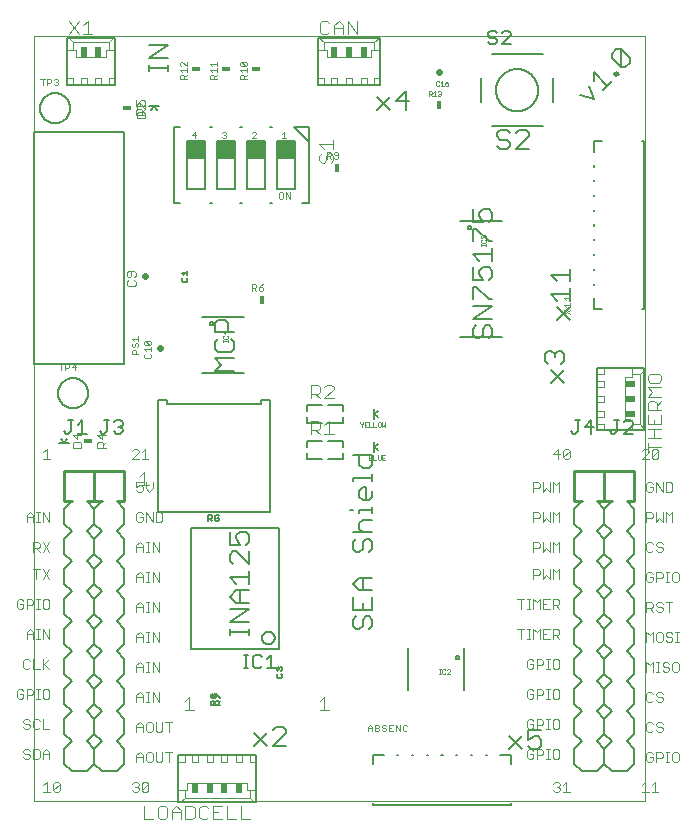
<source format=gto>
G75*
%MOIN*%
%OFA0B0*%
%FSLAX25Y25*%
%IPPOS*%
%LPD*%
%AMOC8*
5,1,8,0,0,1.08239X$1,22.5*
%
%ADD10C,0.00000*%
%ADD11C,0.00400*%
%ADD12C,0.00600*%
%ADD13C,0.00800*%
%ADD14C,0.00500*%
%ADD15C,0.00900*%
%ADD16C,0.00300*%
%ADD17C,0.00100*%
%ADD18C,0.02200*%
%ADD19C,0.00200*%
%ADD20R,0.03000X0.01800*%
%ADD21R,0.01969X0.03445*%
%ADD22R,0.03445X0.01969*%
%ADD23R,0.01800X0.03000*%
%ADD24R,0.05906X0.05906*%
D10*
X0007983Y0008986D02*
X0007983Y0263946D01*
X0211684Y0263946D01*
X0211684Y0008986D01*
X0007983Y0008986D01*
D11*
X0044655Y0007471D02*
X0044655Y0002867D01*
X0047724Y0002867D01*
X0049259Y0003634D02*
X0050026Y0002867D01*
X0051561Y0002867D01*
X0052328Y0003634D01*
X0052328Y0006703D01*
X0051561Y0007471D01*
X0050026Y0007471D01*
X0049259Y0006703D01*
X0049259Y0003634D01*
X0053863Y0002867D02*
X0053863Y0005936D01*
X0055398Y0007471D01*
X0056932Y0005936D01*
X0056932Y0002867D01*
X0058467Y0002867D02*
X0060769Y0002867D01*
X0061536Y0003634D01*
X0061536Y0006703D01*
X0060769Y0007471D01*
X0058467Y0007471D01*
X0058467Y0002867D01*
X0056932Y0005169D02*
X0053863Y0005169D01*
X0063071Y0006703D02*
X0063071Y0003634D01*
X0063838Y0002867D01*
X0065373Y0002867D01*
X0066140Y0003634D01*
X0067675Y0002867D02*
X0070744Y0002867D01*
X0072279Y0002867D02*
X0075348Y0002867D01*
X0076883Y0002867D02*
X0076883Y0007471D01*
X0076883Y0002867D02*
X0079952Y0002867D01*
X0072279Y0002867D02*
X0072279Y0007471D01*
X0070744Y0007471D02*
X0067675Y0007471D01*
X0067675Y0002867D01*
X0067675Y0005169D02*
X0069209Y0005169D01*
X0066140Y0006703D02*
X0065373Y0007471D01*
X0063838Y0007471D01*
X0063071Y0006703D01*
X0061253Y0039186D02*
X0058183Y0039186D01*
X0059718Y0039186D02*
X0059718Y0043789D01*
X0058183Y0042255D01*
X0103183Y0042255D02*
X0104718Y0043789D01*
X0104718Y0039186D01*
X0103183Y0039186D02*
X0106253Y0039186D01*
X0119383Y0033587D02*
X0119383Y0032186D01*
X0119383Y0033236D02*
X0120785Y0033236D01*
X0120785Y0033587D02*
X0120785Y0032186D01*
X0121685Y0032186D02*
X0122736Y0032186D01*
X0123087Y0032536D01*
X0123087Y0032886D01*
X0122736Y0033236D01*
X0121685Y0033236D01*
X0120785Y0033587D02*
X0120084Y0034287D01*
X0119383Y0033587D01*
X0121685Y0034287D02*
X0121685Y0032186D01*
X0122736Y0033236D02*
X0123087Y0033587D01*
X0123087Y0033937D01*
X0122736Y0034287D01*
X0121685Y0034287D01*
X0123987Y0033937D02*
X0123987Y0033587D01*
X0124338Y0033236D01*
X0125038Y0033236D01*
X0125389Y0032886D01*
X0125389Y0032536D01*
X0125038Y0032186D01*
X0124338Y0032186D01*
X0123987Y0032536D01*
X0123987Y0033937D02*
X0124338Y0034287D01*
X0125038Y0034287D01*
X0125389Y0033937D01*
X0126289Y0034287D02*
X0126289Y0032186D01*
X0127690Y0032186D01*
X0128591Y0032186D02*
X0128591Y0034287D01*
X0129992Y0032186D01*
X0129992Y0034287D01*
X0130893Y0033937D02*
X0130893Y0032536D01*
X0131243Y0032186D01*
X0131944Y0032186D01*
X0132294Y0032536D01*
X0132294Y0033937D02*
X0131944Y0034287D01*
X0131243Y0034287D01*
X0130893Y0033937D01*
X0127690Y0034287D02*
X0126289Y0034287D01*
X0126289Y0033236D02*
X0126990Y0033236D01*
X0107857Y0131186D02*
X0104787Y0131186D01*
X0103253Y0131186D02*
X0101718Y0132720D01*
X0102485Y0132720D02*
X0100183Y0132720D01*
X0100183Y0131186D02*
X0100183Y0135789D01*
X0102485Y0135789D01*
X0103253Y0135022D01*
X0103253Y0133488D01*
X0102485Y0132720D01*
X0104787Y0134255D02*
X0106322Y0135789D01*
X0106322Y0131186D01*
X0107857Y0143186D02*
X0104787Y0143186D01*
X0107857Y0146255D01*
X0107857Y0147022D01*
X0107089Y0147789D01*
X0105555Y0147789D01*
X0104787Y0147022D01*
X0103253Y0147022D02*
X0102485Y0147789D01*
X0100183Y0147789D01*
X0100183Y0143186D01*
X0100183Y0144720D02*
X0102485Y0144720D01*
X0103253Y0145488D01*
X0103253Y0147022D01*
X0101718Y0144720D02*
X0103253Y0143186D01*
X0046253Y0114186D02*
X0043183Y0114186D01*
X0044718Y0114186D02*
X0044718Y0118789D01*
X0043183Y0117255D01*
X0103852Y0221820D02*
X0104620Y0221820D01*
X0105387Y0222588D01*
X0105387Y0224122D01*
X0106154Y0224889D01*
X0106922Y0224889D01*
X0107689Y0224122D01*
X0107689Y0222588D01*
X0106922Y0221820D01*
X0107689Y0226424D02*
X0107689Y0229493D01*
X0107689Y0227959D02*
X0103085Y0227959D01*
X0104620Y0226424D01*
X0103852Y0224889D02*
X0103085Y0224122D01*
X0103085Y0222588D01*
X0103852Y0221820D01*
X0104108Y0264504D02*
X0105643Y0264504D01*
X0106410Y0265272D01*
X0107945Y0264504D02*
X0107945Y0267574D01*
X0109479Y0269108D01*
X0111014Y0267574D01*
X0111014Y0264504D01*
X0112549Y0264504D02*
X0112549Y0269108D01*
X0115618Y0264504D01*
X0115618Y0269108D01*
X0111014Y0266806D02*
X0107945Y0266806D01*
X0106410Y0268341D02*
X0105643Y0269108D01*
X0104108Y0269108D01*
X0103341Y0268341D01*
X0103341Y0265272D01*
X0104108Y0264504D01*
X0027475Y0264504D02*
X0024405Y0264504D01*
X0022871Y0264504D02*
X0019802Y0269108D01*
X0022871Y0269108D02*
X0019802Y0264504D01*
X0024405Y0267574D02*
X0025940Y0269108D01*
X0025940Y0264504D01*
X0184682Y0176690D02*
X0186783Y0176690D01*
X0186783Y0175989D02*
X0186783Y0177391D01*
X0185382Y0175989D02*
X0184682Y0176690D01*
X0184682Y0174388D02*
X0186783Y0174388D01*
X0186783Y0173688D02*
X0186783Y0175089D01*
X0185382Y0173688D02*
X0184682Y0174388D01*
X0184682Y0172787D02*
X0186783Y0171386D01*
X0186783Y0172787D02*
X0184682Y0171386D01*
X0212498Y0150726D02*
X0212498Y0149191D01*
X0213266Y0148424D01*
X0216335Y0148424D01*
X0217102Y0149191D01*
X0217102Y0150726D01*
X0216335Y0151493D01*
X0213266Y0151493D01*
X0212498Y0150726D01*
X0212498Y0146889D02*
X0217102Y0146889D01*
X0217102Y0143820D02*
X0212498Y0143820D01*
X0214033Y0145355D01*
X0212498Y0146889D01*
X0213266Y0142286D02*
X0214800Y0142286D01*
X0215568Y0141518D01*
X0215568Y0139216D01*
X0217102Y0139216D02*
X0212498Y0139216D01*
X0212498Y0141518D01*
X0213266Y0142286D01*
X0215568Y0140751D02*
X0217102Y0142286D01*
X0217102Y0137682D02*
X0217102Y0134612D01*
X0212498Y0134612D01*
X0212498Y0137682D01*
X0214800Y0136147D02*
X0214800Y0134612D01*
X0214800Y0133078D02*
X0214800Y0130008D01*
X0217102Y0130008D02*
X0212498Y0130008D01*
X0212498Y0128474D02*
X0212498Y0125404D01*
X0212498Y0126939D02*
X0217102Y0126939D01*
X0217102Y0133078D02*
X0212498Y0133078D01*
D12*
X0184683Y0148286D02*
X0180413Y0152556D01*
X0179346Y0154731D02*
X0178278Y0155799D01*
X0178278Y0157934D01*
X0179346Y0159001D01*
X0180413Y0159001D01*
X0181481Y0157934D01*
X0182548Y0159001D01*
X0183616Y0159001D01*
X0184683Y0157934D01*
X0184683Y0155799D01*
X0183616Y0154731D01*
X0184683Y0152556D02*
X0180413Y0148286D01*
X0181481Y0156866D02*
X0181481Y0157934D01*
X0182413Y0169286D02*
X0186683Y0173556D01*
X0186683Y0175731D02*
X0186683Y0180001D01*
X0186683Y0177866D02*
X0180278Y0177866D01*
X0182413Y0175731D01*
X0182413Y0173556D02*
X0186683Y0169286D01*
X0194621Y0172934D02*
X0194621Y0176576D01*
X0194621Y0172934D02*
X0197476Y0172934D01*
X0194621Y0181104D02*
X0194621Y0181497D01*
X0194621Y0186025D02*
X0194621Y0186419D01*
X0194621Y0190946D02*
X0194621Y0191340D01*
X0194621Y0195867D02*
X0194621Y0196261D01*
X0194621Y0200789D02*
X0194621Y0201182D01*
X0194621Y0205710D02*
X0194621Y0206104D01*
X0194621Y0210631D02*
X0194621Y0211025D01*
X0194621Y0215552D02*
X0194621Y0215946D01*
X0194621Y0220474D02*
X0194621Y0220867D01*
X0194621Y0225395D02*
X0194621Y0229037D01*
X0197476Y0229037D01*
X0194493Y0242920D02*
X0192983Y0247449D01*
X0194521Y0248987D02*
X0194521Y0252007D01*
X0199051Y0247477D01*
X0197541Y0245967D02*
X0200561Y0248987D01*
X0202099Y0250525D02*
X0202854Y0251280D01*
X0202099Y0252035D01*
X0201344Y0251280D01*
X0202099Y0250525D01*
X0203623Y0253559D02*
X0203623Y0259598D01*
X0206642Y0256578D01*
X0206642Y0255069D01*
X0205132Y0253559D01*
X0203623Y0253559D01*
X0200603Y0256578D01*
X0200603Y0258088D01*
X0202113Y0259598D01*
X0203623Y0259598D01*
X0194493Y0242920D02*
X0189964Y0244429D01*
X0172999Y0231623D02*
X0171932Y0232691D01*
X0169796Y0232691D01*
X0168729Y0231623D01*
X0166554Y0231623D02*
X0165486Y0232691D01*
X0163351Y0232691D01*
X0162283Y0231623D01*
X0162283Y0230556D01*
X0163351Y0229488D01*
X0165486Y0229488D01*
X0166554Y0228421D01*
X0166554Y0227353D01*
X0165486Y0226286D01*
X0163351Y0226286D01*
X0162283Y0227353D01*
X0168729Y0226286D02*
X0172999Y0230556D01*
X0172999Y0231623D01*
X0172999Y0226286D02*
X0168729Y0226286D01*
X0159616Y0206229D02*
X0157481Y0206229D01*
X0156413Y0205161D01*
X0156413Y0204094D01*
X0157481Y0201959D01*
X0154278Y0201959D01*
X0154278Y0206229D01*
X0159616Y0206229D02*
X0160683Y0205161D01*
X0160683Y0203026D01*
X0159616Y0201959D01*
X0164082Y0202285D02*
X0149885Y0202285D01*
X0154278Y0199783D02*
X0155346Y0199783D01*
X0159616Y0195513D01*
X0160683Y0195513D01*
X0160683Y0193338D02*
X0160683Y0189068D01*
X0160683Y0191203D02*
X0154278Y0191203D01*
X0156413Y0189068D01*
X0157481Y0186892D02*
X0159616Y0186892D01*
X0160683Y0185825D01*
X0160683Y0183690D01*
X0159616Y0182622D01*
X0157481Y0182622D02*
X0156413Y0184757D01*
X0156413Y0185825D01*
X0157481Y0186892D01*
X0154278Y0186892D02*
X0154278Y0182622D01*
X0157481Y0182622D01*
X0155346Y0180447D02*
X0159616Y0176177D01*
X0160683Y0176177D01*
X0160683Y0174001D02*
X0154278Y0174001D01*
X0154278Y0176177D02*
X0154278Y0180447D01*
X0155346Y0180447D01*
X0160683Y0174001D02*
X0154278Y0169731D01*
X0160683Y0169731D01*
X0159616Y0167556D02*
X0160683Y0166488D01*
X0160683Y0164353D01*
X0159616Y0163286D01*
X0157481Y0164353D02*
X0157481Y0166488D01*
X0158548Y0167556D01*
X0159616Y0167556D01*
X0157481Y0164353D02*
X0156413Y0163286D01*
X0155346Y0163286D01*
X0154278Y0164353D01*
X0154278Y0166488D01*
X0155346Y0167556D01*
X0149885Y0163686D02*
X0164082Y0163686D01*
X0182413Y0182177D02*
X0180278Y0184312D01*
X0186683Y0184312D01*
X0186683Y0182177D02*
X0186683Y0186447D01*
X0210665Y0172934D02*
X0211157Y0172934D01*
X0211157Y0229037D01*
X0210665Y0229037D01*
X0154278Y0199783D02*
X0154278Y0195513D01*
X0131932Y0239286D02*
X0131932Y0245691D01*
X0128729Y0242488D01*
X0132999Y0242488D01*
X0126554Y0243556D02*
X0122283Y0239286D01*
X0122283Y0243556D02*
X0126554Y0239286D01*
X0078082Y0170285D02*
X0063885Y0170285D01*
X0068278Y0168379D02*
X0068278Y0165177D01*
X0074683Y0165177D01*
X0072548Y0165177D02*
X0072548Y0168379D01*
X0071481Y0169447D01*
X0069346Y0169447D01*
X0068278Y0168379D01*
X0069346Y0163001D02*
X0068278Y0161934D01*
X0068278Y0159799D01*
X0069346Y0158731D01*
X0073616Y0158731D01*
X0074683Y0159799D01*
X0074683Y0161934D01*
X0073616Y0163001D01*
X0074683Y0156556D02*
X0068278Y0156556D01*
X0070413Y0154421D01*
X0068278Y0152286D01*
X0074683Y0152286D01*
X0078082Y0151686D02*
X0063885Y0151686D01*
X0060385Y0099887D02*
X0060385Y0059785D01*
X0089582Y0059785D01*
X0089582Y0099887D01*
X0060385Y0099887D01*
X0073278Y0098635D02*
X0073278Y0094365D01*
X0076481Y0094365D01*
X0075413Y0096500D01*
X0075413Y0097567D01*
X0076481Y0098635D01*
X0078616Y0098635D01*
X0079683Y0097567D01*
X0079683Y0095432D01*
X0078616Y0094365D01*
X0079683Y0092189D02*
X0079683Y0087919D01*
X0075413Y0092189D01*
X0074346Y0092189D01*
X0073278Y0091122D01*
X0073278Y0088987D01*
X0074346Y0087919D01*
X0073278Y0083609D02*
X0079683Y0083609D01*
X0079683Y0081474D02*
X0079683Y0085744D01*
X0075413Y0081474D02*
X0073278Y0083609D01*
X0075413Y0079298D02*
X0079683Y0079298D01*
X0076481Y0079298D02*
X0076481Y0075028D01*
X0075413Y0075028D02*
X0073278Y0077163D01*
X0075413Y0079298D01*
X0075413Y0075028D02*
X0079683Y0075028D01*
X0079683Y0072853D02*
X0073278Y0072853D01*
X0073278Y0068583D02*
X0079683Y0072853D01*
X0079683Y0068583D02*
X0073278Y0068583D01*
X0073278Y0066421D02*
X0073278Y0064286D01*
X0073278Y0065353D02*
X0079683Y0065353D01*
X0079683Y0064286D02*
X0079683Y0066421D01*
X0083983Y0063386D02*
X0083985Y0063478D01*
X0083991Y0063569D01*
X0084001Y0063660D01*
X0084015Y0063751D01*
X0084033Y0063841D01*
X0084055Y0063930D01*
X0084080Y0064017D01*
X0084110Y0064104D01*
X0084143Y0064190D01*
X0084180Y0064273D01*
X0084220Y0064356D01*
X0084264Y0064436D01*
X0084312Y0064514D01*
X0084363Y0064591D01*
X0084417Y0064664D01*
X0084474Y0064736D01*
X0084535Y0064805D01*
X0084598Y0064871D01*
X0084664Y0064934D01*
X0084733Y0064995D01*
X0084805Y0065052D01*
X0084878Y0065106D01*
X0084955Y0065157D01*
X0085033Y0065205D01*
X0085113Y0065249D01*
X0085196Y0065289D01*
X0085279Y0065326D01*
X0085365Y0065359D01*
X0085452Y0065389D01*
X0085539Y0065414D01*
X0085628Y0065436D01*
X0085718Y0065454D01*
X0085809Y0065468D01*
X0085900Y0065478D01*
X0085991Y0065484D01*
X0086083Y0065486D01*
X0086175Y0065484D01*
X0086266Y0065478D01*
X0086357Y0065468D01*
X0086448Y0065454D01*
X0086538Y0065436D01*
X0086627Y0065414D01*
X0086714Y0065389D01*
X0086801Y0065359D01*
X0086887Y0065326D01*
X0086970Y0065289D01*
X0087053Y0065249D01*
X0087133Y0065205D01*
X0087211Y0065157D01*
X0087288Y0065106D01*
X0087361Y0065052D01*
X0087433Y0064995D01*
X0087502Y0064934D01*
X0087568Y0064871D01*
X0087631Y0064805D01*
X0087692Y0064736D01*
X0087749Y0064664D01*
X0087803Y0064591D01*
X0087854Y0064514D01*
X0087902Y0064436D01*
X0087946Y0064356D01*
X0087986Y0064273D01*
X0088023Y0064190D01*
X0088056Y0064104D01*
X0088086Y0064017D01*
X0088111Y0063930D01*
X0088133Y0063841D01*
X0088151Y0063751D01*
X0088165Y0063660D01*
X0088175Y0063569D01*
X0088181Y0063478D01*
X0088183Y0063386D01*
X0088181Y0063294D01*
X0088175Y0063203D01*
X0088165Y0063112D01*
X0088151Y0063021D01*
X0088133Y0062931D01*
X0088111Y0062842D01*
X0088086Y0062755D01*
X0088056Y0062668D01*
X0088023Y0062582D01*
X0087986Y0062499D01*
X0087946Y0062416D01*
X0087902Y0062336D01*
X0087854Y0062258D01*
X0087803Y0062181D01*
X0087749Y0062108D01*
X0087692Y0062036D01*
X0087631Y0061967D01*
X0087568Y0061901D01*
X0087502Y0061838D01*
X0087433Y0061777D01*
X0087361Y0061720D01*
X0087288Y0061666D01*
X0087211Y0061615D01*
X0087133Y0061567D01*
X0087053Y0061523D01*
X0086970Y0061483D01*
X0086887Y0061446D01*
X0086801Y0061413D01*
X0086714Y0061383D01*
X0086627Y0061358D01*
X0086538Y0061336D01*
X0086448Y0061318D01*
X0086357Y0061304D01*
X0086266Y0061294D01*
X0086175Y0061288D01*
X0086083Y0061286D01*
X0085991Y0061288D01*
X0085900Y0061294D01*
X0085809Y0061304D01*
X0085718Y0061318D01*
X0085628Y0061336D01*
X0085539Y0061358D01*
X0085452Y0061383D01*
X0085365Y0061413D01*
X0085279Y0061446D01*
X0085196Y0061483D01*
X0085113Y0061523D01*
X0085033Y0061567D01*
X0084955Y0061615D01*
X0084878Y0061666D01*
X0084805Y0061720D01*
X0084733Y0061777D01*
X0084664Y0061838D01*
X0084598Y0061901D01*
X0084535Y0061967D01*
X0084474Y0062036D01*
X0084417Y0062108D01*
X0084363Y0062181D01*
X0084312Y0062258D01*
X0084264Y0062336D01*
X0084220Y0062416D01*
X0084180Y0062499D01*
X0084143Y0062582D01*
X0084110Y0062668D01*
X0084080Y0062755D01*
X0084055Y0062842D01*
X0084033Y0062931D01*
X0084015Y0063021D01*
X0084001Y0063112D01*
X0083991Y0063203D01*
X0083985Y0063294D01*
X0083983Y0063386D01*
X0088796Y0033691D02*
X0087729Y0032623D01*
X0088796Y0033691D02*
X0090932Y0033691D01*
X0091999Y0032623D01*
X0091999Y0031556D01*
X0087729Y0027286D01*
X0091999Y0027286D01*
X0085554Y0027286D02*
X0081283Y0031556D01*
X0081283Y0027286D02*
X0085554Y0031556D01*
X0115346Y0066286D02*
X0114278Y0067353D01*
X0114278Y0069488D01*
X0115346Y0070556D01*
X0117481Y0069488D02*
X0118548Y0070556D01*
X0119616Y0070556D01*
X0120683Y0069488D01*
X0120683Y0067353D01*
X0119616Y0066286D01*
X0117481Y0067353D02*
X0117481Y0069488D01*
X0117481Y0067353D02*
X0116413Y0066286D01*
X0115346Y0066286D01*
X0114278Y0072731D02*
X0120683Y0072731D01*
X0120683Y0077001D01*
X0120683Y0079177D02*
X0116413Y0079177D01*
X0114278Y0081312D01*
X0116413Y0083447D01*
X0120683Y0083447D01*
X0117481Y0083447D02*
X0117481Y0079177D01*
X0114278Y0077001D02*
X0114278Y0072731D01*
X0117481Y0072731D02*
X0117481Y0074866D01*
X0116413Y0092068D02*
X0117481Y0093135D01*
X0117481Y0095270D01*
X0118548Y0096338D01*
X0119616Y0096338D01*
X0120683Y0095270D01*
X0120683Y0093135D01*
X0119616Y0092068D01*
X0116413Y0092068D02*
X0115346Y0092068D01*
X0114278Y0093135D01*
X0114278Y0095270D01*
X0115346Y0096338D01*
X0114278Y0098513D02*
X0120683Y0098513D01*
X0120683Y0102783D02*
X0117481Y0102783D01*
X0116413Y0101716D01*
X0116413Y0099581D01*
X0117481Y0098513D01*
X0116413Y0104959D02*
X0116413Y0106026D01*
X0120683Y0106026D01*
X0120683Y0104959D02*
X0120683Y0107094D01*
X0119616Y0109256D02*
X0117481Y0109256D01*
X0116413Y0110323D01*
X0116413Y0112458D01*
X0117481Y0113526D01*
X0118548Y0113526D01*
X0118548Y0109256D01*
X0119616Y0109256D02*
X0120683Y0110323D01*
X0120683Y0112458D01*
X0120683Y0115701D02*
X0120683Y0117836D01*
X0120683Y0116769D02*
X0114278Y0116769D01*
X0114278Y0115701D01*
X0117481Y0119998D02*
X0116413Y0121066D01*
X0116413Y0124268D01*
X0114278Y0124268D02*
X0120683Y0124268D01*
X0120683Y0121066D01*
X0119616Y0119998D01*
X0117481Y0119998D01*
X0114278Y0106026D02*
X0113210Y0106026D01*
X0132684Y0060084D02*
X0132684Y0045887D01*
X0151283Y0045887D02*
X0151283Y0060084D01*
X0166283Y0030556D02*
X0170554Y0026286D01*
X0172729Y0027353D02*
X0173796Y0026286D01*
X0175932Y0026286D01*
X0176999Y0027353D01*
X0176999Y0029488D01*
X0175932Y0030556D01*
X0174864Y0030556D01*
X0172729Y0029488D01*
X0172729Y0032691D01*
X0176999Y0032691D01*
X0170554Y0030556D02*
X0166283Y0026286D01*
X0167113Y0024348D02*
X0163472Y0024348D01*
X0167113Y0024348D02*
X0167113Y0021493D01*
X0158944Y0024348D02*
X0158550Y0024348D01*
X0154023Y0024348D02*
X0153629Y0024348D01*
X0149102Y0024348D02*
X0148708Y0024348D01*
X0144180Y0024348D02*
X0143787Y0024348D01*
X0139259Y0024348D02*
X0138865Y0024348D01*
X0134338Y0024348D02*
X0133944Y0024348D01*
X0129416Y0024348D02*
X0129023Y0024348D01*
X0124495Y0024348D02*
X0120853Y0024348D01*
X0120853Y0021493D01*
X0120853Y0008304D02*
X0120853Y0007812D01*
X0167113Y0007812D01*
X0167113Y0008304D01*
X0052683Y0252286D02*
X0052683Y0254421D01*
X0052683Y0253353D02*
X0046278Y0253353D01*
X0046278Y0252286D02*
X0046278Y0254421D01*
X0046278Y0256583D02*
X0052683Y0260853D01*
X0046278Y0260853D01*
X0046278Y0256583D02*
X0052683Y0256583D01*
D13*
X0049794Y0240655D02*
X0047983Y0240655D01*
X0048904Y0239434D01*
X0047983Y0240655D02*
X0046172Y0240655D01*
X0047124Y0239434D02*
X0047883Y0240594D01*
X0054582Y0233682D02*
X0056767Y0233682D01*
X0054582Y0233682D02*
X0054582Y0208289D01*
X0056767Y0208289D01*
X0059031Y0213112D02*
X0059031Y0228860D01*
X0064936Y0228860D01*
X0064936Y0213112D01*
X0059031Y0213112D01*
X0066767Y0208289D02*
X0067298Y0208289D01*
X0069031Y0213112D02*
X0069031Y0228860D01*
X0074936Y0228860D01*
X0074936Y0213112D01*
X0069031Y0213112D01*
X0076767Y0208289D02*
X0077298Y0208289D01*
X0079031Y0213112D02*
X0079031Y0228860D01*
X0084936Y0228860D01*
X0084936Y0213112D01*
X0079031Y0213112D01*
X0086767Y0208289D02*
X0087298Y0208289D01*
X0089031Y0213112D02*
X0089031Y0228860D01*
X0094936Y0228860D01*
X0094936Y0213112D01*
X0089031Y0213112D01*
X0097298Y0208289D02*
X0099483Y0208289D01*
X0099483Y0233682D01*
X0094562Y0233682D01*
X0099385Y0228860D01*
X0097298Y0233682D02*
X0094562Y0233682D01*
X0087298Y0233682D02*
X0086767Y0233682D01*
X0077298Y0233682D02*
X0076767Y0233682D01*
X0067298Y0233682D02*
X0066767Y0233682D01*
X0034956Y0247572D02*
X0034956Y0263320D01*
X0034365Y0263320D01*
X0019602Y0263320D01*
X0019011Y0263320D01*
X0019011Y0247572D01*
X0021078Y0247572D01*
X0032889Y0247572D01*
X0034956Y0247572D01*
X0066518Y0168086D02*
X0066520Y0168133D01*
X0066526Y0168180D01*
X0066536Y0168227D01*
X0066549Y0168272D01*
X0066567Y0168316D01*
X0066588Y0168358D01*
X0066612Y0168399D01*
X0066640Y0168437D01*
X0066671Y0168473D01*
X0066705Y0168506D01*
X0066741Y0168536D01*
X0066780Y0168563D01*
X0066821Y0168587D01*
X0066864Y0168607D01*
X0066908Y0168623D01*
X0066954Y0168636D01*
X0067000Y0168645D01*
X0067048Y0168650D01*
X0067095Y0168651D01*
X0067142Y0168648D01*
X0067189Y0168641D01*
X0067235Y0168630D01*
X0067280Y0168616D01*
X0067324Y0168597D01*
X0067365Y0168575D01*
X0067405Y0168550D01*
X0067443Y0168521D01*
X0067478Y0168490D01*
X0067511Y0168455D01*
X0067540Y0168418D01*
X0067566Y0168379D01*
X0067589Y0168337D01*
X0067608Y0168294D01*
X0067624Y0168249D01*
X0067636Y0168203D01*
X0067644Y0168157D01*
X0067648Y0168110D01*
X0067648Y0168062D01*
X0067644Y0168015D01*
X0067636Y0167969D01*
X0067624Y0167923D01*
X0067608Y0167878D01*
X0067589Y0167835D01*
X0067566Y0167793D01*
X0067540Y0167754D01*
X0067511Y0167717D01*
X0067478Y0167682D01*
X0067443Y0167651D01*
X0067405Y0167622D01*
X0067366Y0167597D01*
X0067324Y0167575D01*
X0067280Y0167556D01*
X0067235Y0167542D01*
X0067189Y0167531D01*
X0067142Y0167524D01*
X0067095Y0167521D01*
X0067048Y0167522D01*
X0067000Y0167527D01*
X0066954Y0167536D01*
X0066908Y0167549D01*
X0066864Y0167565D01*
X0066821Y0167585D01*
X0066780Y0167609D01*
X0066741Y0167636D01*
X0066705Y0167666D01*
X0066671Y0167699D01*
X0066640Y0167735D01*
X0066612Y0167773D01*
X0066588Y0167814D01*
X0066567Y0167856D01*
X0066549Y0167900D01*
X0066536Y0167945D01*
X0066526Y0167992D01*
X0066520Y0168039D01*
X0066518Y0168086D01*
X0052235Y0142745D02*
X0049224Y0142745D01*
X0049224Y0105226D01*
X0086743Y0105226D01*
X0086743Y0142745D01*
X0083731Y0142745D01*
X0083731Y0141171D01*
X0052235Y0141171D01*
X0052235Y0142745D01*
X0035483Y0108986D02*
X0037983Y0106486D01*
X0037983Y0101486D01*
X0035483Y0098986D01*
X0037983Y0096486D01*
X0037983Y0091486D01*
X0035483Y0088986D01*
X0037983Y0086486D01*
X0037983Y0081486D01*
X0035483Y0078986D01*
X0037983Y0076486D01*
X0037983Y0071486D01*
X0035483Y0068986D01*
X0037983Y0066486D01*
X0037983Y0061486D01*
X0035483Y0058986D01*
X0037983Y0056486D01*
X0037983Y0051486D01*
X0035483Y0048986D01*
X0037983Y0046486D01*
X0037983Y0041486D01*
X0035483Y0038986D01*
X0037983Y0036486D01*
X0037983Y0031486D01*
X0035483Y0028986D01*
X0037983Y0026486D01*
X0037983Y0021486D01*
X0035483Y0018986D01*
X0030483Y0018986D01*
X0027983Y0021486D01*
X0027983Y0026486D01*
X0030483Y0028986D01*
X0027983Y0031486D01*
X0027983Y0036486D01*
X0030483Y0038986D01*
X0027983Y0041486D01*
X0027983Y0046486D01*
X0030483Y0048986D01*
X0027983Y0051486D01*
X0027983Y0056486D01*
X0030483Y0058986D01*
X0027983Y0061486D01*
X0027983Y0066486D01*
X0030483Y0068986D01*
X0027983Y0071486D01*
X0027983Y0076486D01*
X0030483Y0078986D01*
X0027983Y0081486D01*
X0027983Y0086486D01*
X0030483Y0088986D01*
X0027983Y0091486D01*
X0027983Y0096486D01*
X0030483Y0098986D01*
X0027983Y0101486D01*
X0027983Y0106486D01*
X0030483Y0108986D01*
X0027983Y0106486D02*
X0025483Y0108986D01*
X0020483Y0108986D02*
X0017983Y0106486D01*
X0017983Y0101486D01*
X0020483Y0098986D01*
X0017983Y0096486D01*
X0017983Y0091486D01*
X0020483Y0088986D01*
X0017983Y0086486D01*
X0017983Y0081486D01*
X0020483Y0078986D01*
X0017983Y0076486D01*
X0017983Y0071486D01*
X0020483Y0068986D01*
X0017983Y0066486D01*
X0017983Y0061486D01*
X0020483Y0058986D01*
X0017983Y0056486D01*
X0017983Y0051486D01*
X0020483Y0048986D01*
X0017983Y0046486D01*
X0017983Y0041486D01*
X0020483Y0038986D01*
X0017983Y0036486D01*
X0017983Y0031486D01*
X0020483Y0028986D01*
X0017983Y0026486D01*
X0017983Y0021486D01*
X0020483Y0018986D01*
X0025483Y0018986D01*
X0027983Y0021486D01*
X0027983Y0026486D02*
X0025483Y0028986D01*
X0027983Y0031486D01*
X0027983Y0036486D02*
X0025483Y0038986D01*
X0027983Y0041486D01*
X0027983Y0046486D02*
X0025483Y0048986D01*
X0027983Y0051486D01*
X0027983Y0056486D02*
X0025483Y0058986D01*
X0027983Y0061486D01*
X0027983Y0066486D02*
X0025483Y0068986D01*
X0027983Y0071486D01*
X0027983Y0076486D02*
X0025483Y0078986D01*
X0027983Y0081486D01*
X0027983Y0086486D02*
X0025483Y0088986D01*
X0027983Y0091486D01*
X0027983Y0096486D02*
X0025483Y0098986D01*
X0027983Y0101486D01*
X0019794Y0128316D02*
X0017983Y0128316D01*
X0017063Y0129537D01*
X0016172Y0128316D02*
X0017983Y0128316D01*
X0018083Y0128377D02*
X0018843Y0129537D01*
X0056090Y0024399D02*
X0056090Y0008651D01*
X0056680Y0008651D01*
X0081287Y0008651D01*
X0081877Y0008651D01*
X0081877Y0024399D01*
X0079810Y0024399D01*
X0058157Y0024399D01*
X0056090Y0024399D01*
X0121314Y0125175D02*
X0121314Y0126986D01*
X0122535Y0127906D01*
X0121314Y0128797D02*
X0121314Y0126986D01*
X0121375Y0126886D02*
X0122535Y0126126D01*
X0121314Y0136175D02*
X0121314Y0137986D01*
X0122535Y0138906D01*
X0121314Y0139797D02*
X0121314Y0137986D01*
X0121375Y0137886D02*
X0122535Y0137126D01*
X0152518Y0200086D02*
X0152520Y0200133D01*
X0152526Y0200180D01*
X0152536Y0200227D01*
X0152549Y0200272D01*
X0152567Y0200316D01*
X0152588Y0200358D01*
X0152612Y0200399D01*
X0152640Y0200437D01*
X0152671Y0200473D01*
X0152705Y0200506D01*
X0152741Y0200536D01*
X0152780Y0200563D01*
X0152821Y0200587D01*
X0152864Y0200607D01*
X0152908Y0200623D01*
X0152954Y0200636D01*
X0153000Y0200645D01*
X0153048Y0200650D01*
X0153095Y0200651D01*
X0153142Y0200648D01*
X0153189Y0200641D01*
X0153235Y0200630D01*
X0153280Y0200616D01*
X0153324Y0200597D01*
X0153365Y0200575D01*
X0153405Y0200550D01*
X0153443Y0200521D01*
X0153478Y0200490D01*
X0153511Y0200455D01*
X0153540Y0200418D01*
X0153566Y0200379D01*
X0153589Y0200337D01*
X0153608Y0200294D01*
X0153624Y0200249D01*
X0153636Y0200203D01*
X0153644Y0200157D01*
X0153648Y0200110D01*
X0153648Y0200062D01*
X0153644Y0200015D01*
X0153636Y0199969D01*
X0153624Y0199923D01*
X0153608Y0199878D01*
X0153589Y0199835D01*
X0153566Y0199793D01*
X0153540Y0199754D01*
X0153511Y0199717D01*
X0153478Y0199682D01*
X0153443Y0199651D01*
X0153405Y0199622D01*
X0153366Y0199597D01*
X0153324Y0199575D01*
X0153280Y0199556D01*
X0153235Y0199542D01*
X0153189Y0199531D01*
X0153142Y0199524D01*
X0153095Y0199521D01*
X0153048Y0199522D01*
X0153000Y0199527D01*
X0152954Y0199536D01*
X0152908Y0199549D01*
X0152864Y0199565D01*
X0152821Y0199585D01*
X0152780Y0199609D01*
X0152741Y0199636D01*
X0152705Y0199666D01*
X0152671Y0199699D01*
X0152640Y0199735D01*
X0152612Y0199773D01*
X0152588Y0199814D01*
X0152567Y0199856D01*
X0152549Y0199900D01*
X0152536Y0199945D01*
X0152526Y0199992D01*
X0152520Y0200039D01*
X0152518Y0200086D01*
X0160483Y0233986D02*
X0177483Y0233986D01*
X0180983Y0241986D02*
X0180983Y0249915D01*
X0177483Y0257986D02*
X0160483Y0257986D01*
X0156983Y0250033D02*
X0156983Y0241986D01*
X0161983Y0245986D02*
X0161985Y0246158D01*
X0161991Y0246329D01*
X0162002Y0246501D01*
X0162017Y0246672D01*
X0162036Y0246843D01*
X0162059Y0247013D01*
X0162086Y0247183D01*
X0162118Y0247352D01*
X0162153Y0247520D01*
X0162193Y0247687D01*
X0162237Y0247853D01*
X0162284Y0248018D01*
X0162336Y0248182D01*
X0162392Y0248344D01*
X0162452Y0248505D01*
X0162516Y0248665D01*
X0162584Y0248823D01*
X0162655Y0248979D01*
X0162730Y0249133D01*
X0162810Y0249286D01*
X0162892Y0249436D01*
X0162979Y0249585D01*
X0163069Y0249731D01*
X0163163Y0249875D01*
X0163260Y0250017D01*
X0163361Y0250156D01*
X0163465Y0250293D01*
X0163572Y0250427D01*
X0163683Y0250558D01*
X0163796Y0250687D01*
X0163913Y0250813D01*
X0164033Y0250936D01*
X0164156Y0251056D01*
X0164282Y0251173D01*
X0164411Y0251286D01*
X0164542Y0251397D01*
X0164676Y0251504D01*
X0164813Y0251608D01*
X0164952Y0251709D01*
X0165094Y0251806D01*
X0165238Y0251900D01*
X0165384Y0251990D01*
X0165533Y0252077D01*
X0165683Y0252159D01*
X0165836Y0252239D01*
X0165990Y0252314D01*
X0166146Y0252385D01*
X0166304Y0252453D01*
X0166464Y0252517D01*
X0166625Y0252577D01*
X0166787Y0252633D01*
X0166951Y0252685D01*
X0167116Y0252732D01*
X0167282Y0252776D01*
X0167449Y0252816D01*
X0167617Y0252851D01*
X0167786Y0252883D01*
X0167956Y0252910D01*
X0168126Y0252933D01*
X0168297Y0252952D01*
X0168468Y0252967D01*
X0168640Y0252978D01*
X0168811Y0252984D01*
X0168983Y0252986D01*
X0169155Y0252984D01*
X0169326Y0252978D01*
X0169498Y0252967D01*
X0169669Y0252952D01*
X0169840Y0252933D01*
X0170010Y0252910D01*
X0170180Y0252883D01*
X0170349Y0252851D01*
X0170517Y0252816D01*
X0170684Y0252776D01*
X0170850Y0252732D01*
X0171015Y0252685D01*
X0171179Y0252633D01*
X0171341Y0252577D01*
X0171502Y0252517D01*
X0171662Y0252453D01*
X0171820Y0252385D01*
X0171976Y0252314D01*
X0172130Y0252239D01*
X0172283Y0252159D01*
X0172433Y0252077D01*
X0172582Y0251990D01*
X0172728Y0251900D01*
X0172872Y0251806D01*
X0173014Y0251709D01*
X0173153Y0251608D01*
X0173290Y0251504D01*
X0173424Y0251397D01*
X0173555Y0251286D01*
X0173684Y0251173D01*
X0173810Y0251056D01*
X0173933Y0250936D01*
X0174053Y0250813D01*
X0174170Y0250687D01*
X0174283Y0250558D01*
X0174394Y0250427D01*
X0174501Y0250293D01*
X0174605Y0250156D01*
X0174706Y0250017D01*
X0174803Y0249875D01*
X0174897Y0249731D01*
X0174987Y0249585D01*
X0175074Y0249436D01*
X0175156Y0249286D01*
X0175236Y0249133D01*
X0175311Y0248979D01*
X0175382Y0248823D01*
X0175450Y0248665D01*
X0175514Y0248505D01*
X0175574Y0248344D01*
X0175630Y0248182D01*
X0175682Y0248018D01*
X0175729Y0247853D01*
X0175773Y0247687D01*
X0175813Y0247520D01*
X0175848Y0247352D01*
X0175880Y0247183D01*
X0175907Y0247013D01*
X0175930Y0246843D01*
X0175949Y0246672D01*
X0175964Y0246501D01*
X0175975Y0246329D01*
X0175981Y0246158D01*
X0175983Y0245986D01*
X0175981Y0245814D01*
X0175975Y0245643D01*
X0175964Y0245471D01*
X0175949Y0245300D01*
X0175930Y0245129D01*
X0175907Y0244959D01*
X0175880Y0244789D01*
X0175848Y0244620D01*
X0175813Y0244452D01*
X0175773Y0244285D01*
X0175729Y0244119D01*
X0175682Y0243954D01*
X0175630Y0243790D01*
X0175574Y0243628D01*
X0175514Y0243467D01*
X0175450Y0243307D01*
X0175382Y0243149D01*
X0175311Y0242993D01*
X0175236Y0242839D01*
X0175156Y0242686D01*
X0175074Y0242536D01*
X0174987Y0242387D01*
X0174897Y0242241D01*
X0174803Y0242097D01*
X0174706Y0241955D01*
X0174605Y0241816D01*
X0174501Y0241679D01*
X0174394Y0241545D01*
X0174283Y0241414D01*
X0174170Y0241285D01*
X0174053Y0241159D01*
X0173933Y0241036D01*
X0173810Y0240916D01*
X0173684Y0240799D01*
X0173555Y0240686D01*
X0173424Y0240575D01*
X0173290Y0240468D01*
X0173153Y0240364D01*
X0173014Y0240263D01*
X0172872Y0240166D01*
X0172728Y0240072D01*
X0172582Y0239982D01*
X0172433Y0239895D01*
X0172283Y0239813D01*
X0172130Y0239733D01*
X0171976Y0239658D01*
X0171820Y0239587D01*
X0171662Y0239519D01*
X0171502Y0239455D01*
X0171341Y0239395D01*
X0171179Y0239339D01*
X0171015Y0239287D01*
X0170850Y0239240D01*
X0170684Y0239196D01*
X0170517Y0239156D01*
X0170349Y0239121D01*
X0170180Y0239089D01*
X0170010Y0239062D01*
X0169840Y0239039D01*
X0169669Y0239020D01*
X0169498Y0239005D01*
X0169326Y0238994D01*
X0169155Y0238988D01*
X0168983Y0238986D01*
X0168811Y0238988D01*
X0168640Y0238994D01*
X0168468Y0239005D01*
X0168297Y0239020D01*
X0168126Y0239039D01*
X0167956Y0239062D01*
X0167786Y0239089D01*
X0167617Y0239121D01*
X0167449Y0239156D01*
X0167282Y0239196D01*
X0167116Y0239240D01*
X0166951Y0239287D01*
X0166787Y0239339D01*
X0166625Y0239395D01*
X0166464Y0239455D01*
X0166304Y0239519D01*
X0166146Y0239587D01*
X0165990Y0239658D01*
X0165836Y0239733D01*
X0165683Y0239813D01*
X0165533Y0239895D01*
X0165384Y0239982D01*
X0165238Y0240072D01*
X0165094Y0240166D01*
X0164952Y0240263D01*
X0164813Y0240364D01*
X0164676Y0240468D01*
X0164542Y0240575D01*
X0164411Y0240686D01*
X0164282Y0240799D01*
X0164156Y0240916D01*
X0164033Y0241036D01*
X0163913Y0241159D01*
X0163796Y0241285D01*
X0163683Y0241414D01*
X0163572Y0241545D01*
X0163465Y0241679D01*
X0163361Y0241816D01*
X0163260Y0241955D01*
X0163163Y0242097D01*
X0163069Y0242241D01*
X0162979Y0242387D01*
X0162892Y0242536D01*
X0162810Y0242686D01*
X0162730Y0242839D01*
X0162655Y0242993D01*
X0162584Y0243149D01*
X0162516Y0243307D01*
X0162452Y0243467D01*
X0162392Y0243628D01*
X0162336Y0243790D01*
X0162284Y0243954D01*
X0162237Y0244119D01*
X0162193Y0244285D01*
X0162153Y0244452D01*
X0162118Y0244620D01*
X0162086Y0244789D01*
X0162059Y0244959D01*
X0162036Y0245129D01*
X0162017Y0245300D01*
X0162002Y0245471D01*
X0161991Y0245643D01*
X0161985Y0245814D01*
X0161983Y0245986D01*
X0123416Y0247572D02*
X0123416Y0263320D01*
X0122826Y0263320D01*
X0103141Y0263320D01*
X0102550Y0263320D01*
X0102550Y0247572D01*
X0104617Y0247572D01*
X0121350Y0247572D01*
X0123416Y0247572D01*
X0195570Y0153419D02*
X0211318Y0153419D01*
X0211318Y0152828D01*
X0211318Y0133143D01*
X0211318Y0132552D01*
X0195570Y0132552D01*
X0195570Y0134619D01*
X0195570Y0151352D01*
X0195570Y0153419D01*
X0195483Y0108986D02*
X0197983Y0106486D01*
X0200483Y0108986D01*
X0197983Y0106486D02*
X0197983Y0101486D01*
X0200483Y0098986D01*
X0197983Y0096486D01*
X0197983Y0091486D01*
X0200483Y0088986D01*
X0197983Y0086486D01*
X0197983Y0081486D01*
X0200483Y0078986D01*
X0197983Y0076486D01*
X0197983Y0071486D01*
X0200483Y0068986D01*
X0197983Y0066486D01*
X0197983Y0061486D01*
X0200483Y0058986D01*
X0197983Y0056486D01*
X0197983Y0051486D01*
X0200483Y0048986D01*
X0197983Y0046486D01*
X0197983Y0041486D01*
X0200483Y0038986D01*
X0197983Y0036486D01*
X0197983Y0031486D01*
X0200483Y0028986D01*
X0197983Y0026486D01*
X0197983Y0021486D01*
X0200483Y0018986D01*
X0205483Y0018986D01*
X0207983Y0021486D01*
X0207983Y0026486D01*
X0205483Y0028986D01*
X0207983Y0031486D01*
X0207983Y0036486D01*
X0205483Y0038986D01*
X0207983Y0041486D01*
X0207983Y0046486D01*
X0205483Y0048986D01*
X0207983Y0051486D01*
X0207983Y0056486D01*
X0205483Y0058986D01*
X0207983Y0061486D01*
X0207983Y0066486D01*
X0205483Y0068986D01*
X0207983Y0071486D01*
X0207983Y0076486D01*
X0205483Y0078986D01*
X0207983Y0081486D01*
X0207983Y0086486D01*
X0205483Y0088986D01*
X0207983Y0091486D01*
X0207983Y0096486D01*
X0205483Y0098986D01*
X0207983Y0101486D01*
X0207983Y0106486D01*
X0205483Y0108986D01*
X0197983Y0101486D02*
X0195483Y0098986D01*
X0197983Y0096486D01*
X0197983Y0091486D02*
X0195483Y0088986D01*
X0197983Y0086486D01*
X0197983Y0081486D02*
X0195483Y0078986D01*
X0197983Y0076486D01*
X0197983Y0071486D02*
X0195483Y0068986D01*
X0197983Y0066486D01*
X0197983Y0061486D02*
X0195483Y0058986D01*
X0197983Y0056486D01*
X0197983Y0051486D02*
X0195483Y0048986D01*
X0197983Y0046486D01*
X0197983Y0041486D02*
X0195483Y0038986D01*
X0197983Y0036486D01*
X0197983Y0031486D02*
X0195483Y0028986D01*
X0197983Y0026486D01*
X0197983Y0021486D02*
X0195483Y0018986D01*
X0190483Y0018986D01*
X0187983Y0021486D01*
X0187983Y0026486D01*
X0190483Y0028986D01*
X0187983Y0031486D01*
X0187983Y0036486D01*
X0190483Y0038986D01*
X0187983Y0041486D01*
X0187983Y0046486D01*
X0190483Y0048986D01*
X0187983Y0051486D01*
X0187983Y0056486D01*
X0190483Y0058986D01*
X0187983Y0061486D01*
X0187983Y0066486D01*
X0190483Y0068986D01*
X0187983Y0071486D01*
X0187983Y0076486D01*
X0190483Y0078986D01*
X0187983Y0081486D01*
X0187983Y0086486D01*
X0190483Y0088986D01*
X0187983Y0091486D01*
X0187983Y0096486D01*
X0190483Y0098986D01*
X0187983Y0101486D01*
X0187983Y0106486D01*
X0190483Y0108986D01*
X0148518Y0056886D02*
X0148520Y0056933D01*
X0148526Y0056980D01*
X0148536Y0057027D01*
X0148549Y0057072D01*
X0148567Y0057116D01*
X0148588Y0057158D01*
X0148612Y0057199D01*
X0148640Y0057237D01*
X0148671Y0057273D01*
X0148705Y0057306D01*
X0148741Y0057336D01*
X0148780Y0057363D01*
X0148821Y0057387D01*
X0148864Y0057407D01*
X0148908Y0057423D01*
X0148954Y0057436D01*
X0149000Y0057445D01*
X0149048Y0057450D01*
X0149095Y0057451D01*
X0149142Y0057448D01*
X0149189Y0057441D01*
X0149235Y0057430D01*
X0149280Y0057416D01*
X0149324Y0057397D01*
X0149365Y0057375D01*
X0149405Y0057350D01*
X0149443Y0057321D01*
X0149478Y0057290D01*
X0149511Y0057255D01*
X0149540Y0057218D01*
X0149566Y0057179D01*
X0149589Y0057137D01*
X0149608Y0057094D01*
X0149624Y0057049D01*
X0149636Y0057003D01*
X0149644Y0056957D01*
X0149648Y0056910D01*
X0149648Y0056862D01*
X0149644Y0056815D01*
X0149636Y0056769D01*
X0149624Y0056723D01*
X0149608Y0056678D01*
X0149589Y0056635D01*
X0149566Y0056593D01*
X0149540Y0056554D01*
X0149511Y0056517D01*
X0149478Y0056482D01*
X0149443Y0056451D01*
X0149405Y0056422D01*
X0149366Y0056397D01*
X0149324Y0056375D01*
X0149280Y0056356D01*
X0149235Y0056342D01*
X0149189Y0056331D01*
X0149142Y0056324D01*
X0149095Y0056321D01*
X0149048Y0056322D01*
X0149000Y0056327D01*
X0148954Y0056336D01*
X0148908Y0056349D01*
X0148864Y0056365D01*
X0148821Y0056385D01*
X0148780Y0056409D01*
X0148741Y0056436D01*
X0148705Y0056466D01*
X0148671Y0056499D01*
X0148640Y0056535D01*
X0148612Y0056573D01*
X0148588Y0056614D01*
X0148567Y0056656D01*
X0148549Y0056700D01*
X0148536Y0056745D01*
X0148526Y0056792D01*
X0148520Y0056839D01*
X0148518Y0056886D01*
D14*
X0090733Y0053186D02*
X0090733Y0052552D01*
X0090416Y0052236D01*
X0089783Y0052869D02*
X0089783Y0053186D01*
X0090100Y0053503D01*
X0090416Y0053503D01*
X0090733Y0053186D01*
X0089783Y0053186D02*
X0089466Y0053503D01*
X0089149Y0053503D01*
X0088832Y0053186D01*
X0088832Y0052552D01*
X0089149Y0052236D01*
X0089149Y0051293D02*
X0088832Y0050976D01*
X0088832Y0050343D01*
X0089149Y0050026D01*
X0090416Y0050026D01*
X0090733Y0050343D01*
X0090733Y0050976D01*
X0090416Y0051293D01*
X0088632Y0053236D02*
X0085629Y0053236D01*
X0087131Y0053236D02*
X0087131Y0057739D01*
X0085629Y0056238D01*
X0084028Y0056989D02*
X0083277Y0057739D01*
X0081776Y0057739D01*
X0081026Y0056989D01*
X0081026Y0053986D01*
X0081776Y0053236D01*
X0083277Y0053236D01*
X0084028Y0053986D01*
X0079458Y0053236D02*
X0077956Y0053236D01*
X0078707Y0053236D02*
X0078707Y0057739D01*
X0077956Y0057739D02*
X0079458Y0057739D01*
X0068549Y0044503D02*
X0069816Y0043236D01*
X0070133Y0043236D01*
X0070133Y0042293D02*
X0069500Y0041660D01*
X0069500Y0041976D02*
X0069500Y0041026D01*
X0070133Y0041026D02*
X0068232Y0041026D01*
X0068232Y0041976D01*
X0068549Y0042293D01*
X0069183Y0042293D01*
X0069500Y0041976D01*
X0068733Y0042293D02*
X0068100Y0041660D01*
X0068100Y0041976D02*
X0068100Y0041026D01*
X0068733Y0041026D02*
X0066832Y0041026D01*
X0066832Y0041976D01*
X0067149Y0042293D01*
X0067783Y0042293D01*
X0068100Y0041976D01*
X0068100Y0043236D02*
X0067783Y0043552D01*
X0067783Y0044186D01*
X0068100Y0044503D01*
X0068416Y0044503D01*
X0068733Y0044186D01*
X0068733Y0043552D01*
X0068416Y0043236D01*
X0068100Y0043236D01*
X0068232Y0043236D02*
X0068232Y0044503D01*
X0068549Y0044503D01*
X0067783Y0044186D02*
X0067466Y0044503D01*
X0067149Y0044503D01*
X0066832Y0044186D01*
X0066832Y0043552D01*
X0067149Y0043236D01*
X0067466Y0043236D01*
X0067783Y0043552D01*
X0067291Y0102336D02*
X0066657Y0102969D01*
X0066974Y0102969D02*
X0066024Y0102969D01*
X0066024Y0102336D02*
X0066024Y0104237D01*
X0066974Y0104237D01*
X0067291Y0103920D01*
X0067291Y0103286D01*
X0066974Y0102969D01*
X0068233Y0102652D02*
X0068233Y0103920D01*
X0068550Y0104237D01*
X0069184Y0104237D01*
X0069501Y0103920D01*
X0069501Y0103286D02*
X0068867Y0103286D01*
X0069501Y0103286D02*
X0069501Y0102652D01*
X0069184Y0102336D01*
X0068550Y0102336D01*
X0068233Y0102652D01*
X0098983Y0122986D02*
X0103983Y0122986D01*
X0105983Y0122986D02*
X0110983Y0122986D01*
X0110983Y0124986D01*
X0110983Y0126986D02*
X0110983Y0128986D01*
X0105983Y0128986D01*
X0103983Y0128986D02*
X0098983Y0128986D01*
X0098983Y0126986D01*
X0098983Y0124986D02*
X0098983Y0122986D01*
X0098983Y0134986D02*
X0103983Y0134986D01*
X0105983Y0134986D02*
X0110983Y0134986D01*
X0110983Y0136986D01*
X0110983Y0138986D02*
X0110983Y0140986D01*
X0105983Y0140986D01*
X0103983Y0140986D02*
X0098983Y0140986D01*
X0098983Y0138986D01*
X0098983Y0136986D02*
X0098983Y0134986D01*
X0058816Y0182026D02*
X0059133Y0182343D01*
X0059133Y0182976D01*
X0058816Y0183293D01*
X0059133Y0184236D02*
X0059133Y0185503D01*
X0059133Y0184869D02*
X0057232Y0184869D01*
X0057866Y0184236D01*
X0057549Y0183293D02*
X0057232Y0182976D01*
X0057232Y0182343D01*
X0057549Y0182026D01*
X0058816Y0182026D01*
X0038083Y0154586D02*
X0007983Y0154586D01*
X0007983Y0231986D01*
X0038083Y0231986D01*
X0038083Y0154586D01*
X0036789Y0135939D02*
X0035288Y0135939D01*
X0034537Y0135189D01*
X0032936Y0135939D02*
X0031435Y0135939D01*
X0032185Y0135939D02*
X0032185Y0132186D01*
X0031435Y0131436D01*
X0030684Y0131436D01*
X0029933Y0132186D01*
X0025540Y0131436D02*
X0022537Y0131436D01*
X0024039Y0131436D02*
X0024039Y0135939D01*
X0022537Y0134438D01*
X0020936Y0135939D02*
X0019435Y0135939D01*
X0020185Y0135939D02*
X0020185Y0132186D01*
X0019435Y0131436D01*
X0018684Y0131436D01*
X0017933Y0132186D01*
X0015983Y0144986D02*
X0015985Y0145127D01*
X0015991Y0145268D01*
X0016001Y0145408D01*
X0016015Y0145548D01*
X0016033Y0145688D01*
X0016054Y0145827D01*
X0016080Y0145966D01*
X0016109Y0146104D01*
X0016143Y0146240D01*
X0016180Y0146376D01*
X0016221Y0146511D01*
X0016266Y0146645D01*
X0016315Y0146777D01*
X0016367Y0146908D01*
X0016423Y0147037D01*
X0016483Y0147164D01*
X0016546Y0147290D01*
X0016612Y0147414D01*
X0016683Y0147537D01*
X0016756Y0147657D01*
X0016833Y0147775D01*
X0016913Y0147891D01*
X0016997Y0148004D01*
X0017083Y0148115D01*
X0017173Y0148224D01*
X0017266Y0148330D01*
X0017361Y0148433D01*
X0017460Y0148534D01*
X0017561Y0148632D01*
X0017665Y0148727D01*
X0017772Y0148819D01*
X0017881Y0148908D01*
X0017993Y0148993D01*
X0018107Y0149076D01*
X0018223Y0149156D01*
X0018342Y0149232D01*
X0018463Y0149304D01*
X0018585Y0149374D01*
X0018710Y0149439D01*
X0018836Y0149502D01*
X0018964Y0149560D01*
X0019094Y0149615D01*
X0019225Y0149667D01*
X0019358Y0149714D01*
X0019492Y0149758D01*
X0019627Y0149799D01*
X0019763Y0149835D01*
X0019900Y0149867D01*
X0020038Y0149896D01*
X0020176Y0149921D01*
X0020316Y0149941D01*
X0020456Y0149958D01*
X0020596Y0149971D01*
X0020737Y0149980D01*
X0020877Y0149985D01*
X0021018Y0149986D01*
X0021159Y0149983D01*
X0021300Y0149976D01*
X0021440Y0149965D01*
X0021580Y0149950D01*
X0021720Y0149931D01*
X0021859Y0149909D01*
X0021997Y0149882D01*
X0022135Y0149852D01*
X0022271Y0149817D01*
X0022407Y0149779D01*
X0022541Y0149737D01*
X0022675Y0149691D01*
X0022807Y0149642D01*
X0022937Y0149588D01*
X0023066Y0149531D01*
X0023193Y0149471D01*
X0023319Y0149407D01*
X0023442Y0149339D01*
X0023564Y0149268D01*
X0023684Y0149194D01*
X0023801Y0149116D01*
X0023916Y0149035D01*
X0024029Y0148951D01*
X0024140Y0148864D01*
X0024248Y0148773D01*
X0024353Y0148680D01*
X0024456Y0148583D01*
X0024556Y0148484D01*
X0024653Y0148382D01*
X0024747Y0148277D01*
X0024838Y0148170D01*
X0024926Y0148060D01*
X0025011Y0147948D01*
X0025093Y0147833D01*
X0025172Y0147716D01*
X0025247Y0147597D01*
X0025319Y0147476D01*
X0025387Y0147353D01*
X0025452Y0147228D01*
X0025514Y0147101D01*
X0025571Y0146972D01*
X0025626Y0146842D01*
X0025676Y0146711D01*
X0025723Y0146578D01*
X0025766Y0146444D01*
X0025805Y0146308D01*
X0025840Y0146172D01*
X0025872Y0146035D01*
X0025899Y0145897D01*
X0025923Y0145758D01*
X0025943Y0145618D01*
X0025959Y0145478D01*
X0025971Y0145338D01*
X0025979Y0145197D01*
X0025983Y0145056D01*
X0025983Y0144916D01*
X0025979Y0144775D01*
X0025971Y0144634D01*
X0025959Y0144494D01*
X0025943Y0144354D01*
X0025923Y0144214D01*
X0025899Y0144075D01*
X0025872Y0143937D01*
X0025840Y0143800D01*
X0025805Y0143664D01*
X0025766Y0143528D01*
X0025723Y0143394D01*
X0025676Y0143261D01*
X0025626Y0143130D01*
X0025571Y0143000D01*
X0025514Y0142871D01*
X0025452Y0142744D01*
X0025387Y0142619D01*
X0025319Y0142496D01*
X0025247Y0142375D01*
X0025172Y0142256D01*
X0025093Y0142139D01*
X0025011Y0142024D01*
X0024926Y0141912D01*
X0024838Y0141802D01*
X0024747Y0141695D01*
X0024653Y0141590D01*
X0024556Y0141488D01*
X0024456Y0141389D01*
X0024353Y0141292D01*
X0024248Y0141199D01*
X0024140Y0141108D01*
X0024029Y0141021D01*
X0023916Y0140937D01*
X0023801Y0140856D01*
X0023684Y0140778D01*
X0023564Y0140704D01*
X0023442Y0140633D01*
X0023319Y0140565D01*
X0023193Y0140501D01*
X0023066Y0140441D01*
X0022937Y0140384D01*
X0022807Y0140330D01*
X0022675Y0140281D01*
X0022541Y0140235D01*
X0022407Y0140193D01*
X0022271Y0140155D01*
X0022135Y0140120D01*
X0021997Y0140090D01*
X0021859Y0140063D01*
X0021720Y0140041D01*
X0021580Y0140022D01*
X0021440Y0140007D01*
X0021300Y0139996D01*
X0021159Y0139989D01*
X0021018Y0139986D01*
X0020877Y0139987D01*
X0020737Y0139992D01*
X0020596Y0140001D01*
X0020456Y0140014D01*
X0020316Y0140031D01*
X0020176Y0140051D01*
X0020038Y0140076D01*
X0019900Y0140105D01*
X0019763Y0140137D01*
X0019627Y0140173D01*
X0019492Y0140214D01*
X0019358Y0140258D01*
X0019225Y0140305D01*
X0019094Y0140357D01*
X0018964Y0140412D01*
X0018836Y0140470D01*
X0018710Y0140533D01*
X0018585Y0140598D01*
X0018463Y0140668D01*
X0018342Y0140740D01*
X0018223Y0140816D01*
X0018107Y0140896D01*
X0017993Y0140979D01*
X0017881Y0141064D01*
X0017772Y0141153D01*
X0017665Y0141245D01*
X0017561Y0141340D01*
X0017460Y0141438D01*
X0017361Y0141539D01*
X0017266Y0141642D01*
X0017173Y0141748D01*
X0017083Y0141857D01*
X0016997Y0141968D01*
X0016913Y0142081D01*
X0016833Y0142197D01*
X0016756Y0142315D01*
X0016683Y0142435D01*
X0016612Y0142558D01*
X0016546Y0142682D01*
X0016483Y0142808D01*
X0016423Y0142935D01*
X0016367Y0143064D01*
X0016315Y0143195D01*
X0016266Y0143327D01*
X0016221Y0143461D01*
X0016180Y0143596D01*
X0016143Y0143732D01*
X0016109Y0143868D01*
X0016080Y0144006D01*
X0016054Y0144145D01*
X0016033Y0144284D01*
X0016015Y0144424D01*
X0016001Y0144564D01*
X0015991Y0144704D01*
X0015985Y0144845D01*
X0015983Y0144986D01*
X0034537Y0132186D02*
X0035288Y0131436D01*
X0036789Y0131436D01*
X0037540Y0132186D01*
X0037540Y0132937D01*
X0036789Y0133687D01*
X0036039Y0133687D01*
X0036789Y0133687D02*
X0037540Y0134438D01*
X0037540Y0135189D01*
X0036789Y0135939D01*
X0009983Y0239986D02*
X0009985Y0240127D01*
X0009991Y0240268D01*
X0010001Y0240408D01*
X0010015Y0240548D01*
X0010033Y0240688D01*
X0010054Y0240827D01*
X0010080Y0240966D01*
X0010109Y0241104D01*
X0010143Y0241240D01*
X0010180Y0241376D01*
X0010221Y0241511D01*
X0010266Y0241645D01*
X0010315Y0241777D01*
X0010367Y0241908D01*
X0010423Y0242037D01*
X0010483Y0242164D01*
X0010546Y0242290D01*
X0010612Y0242414D01*
X0010683Y0242537D01*
X0010756Y0242657D01*
X0010833Y0242775D01*
X0010913Y0242891D01*
X0010997Y0243004D01*
X0011083Y0243115D01*
X0011173Y0243224D01*
X0011266Y0243330D01*
X0011361Y0243433D01*
X0011460Y0243534D01*
X0011561Y0243632D01*
X0011665Y0243727D01*
X0011772Y0243819D01*
X0011881Y0243908D01*
X0011993Y0243993D01*
X0012107Y0244076D01*
X0012223Y0244156D01*
X0012342Y0244232D01*
X0012463Y0244304D01*
X0012585Y0244374D01*
X0012710Y0244439D01*
X0012836Y0244502D01*
X0012964Y0244560D01*
X0013094Y0244615D01*
X0013225Y0244667D01*
X0013358Y0244714D01*
X0013492Y0244758D01*
X0013627Y0244799D01*
X0013763Y0244835D01*
X0013900Y0244867D01*
X0014038Y0244896D01*
X0014176Y0244921D01*
X0014316Y0244941D01*
X0014456Y0244958D01*
X0014596Y0244971D01*
X0014737Y0244980D01*
X0014877Y0244985D01*
X0015018Y0244986D01*
X0015159Y0244983D01*
X0015300Y0244976D01*
X0015440Y0244965D01*
X0015580Y0244950D01*
X0015720Y0244931D01*
X0015859Y0244909D01*
X0015997Y0244882D01*
X0016135Y0244852D01*
X0016271Y0244817D01*
X0016407Y0244779D01*
X0016541Y0244737D01*
X0016675Y0244691D01*
X0016807Y0244642D01*
X0016937Y0244588D01*
X0017066Y0244531D01*
X0017193Y0244471D01*
X0017319Y0244407D01*
X0017442Y0244339D01*
X0017564Y0244268D01*
X0017684Y0244194D01*
X0017801Y0244116D01*
X0017916Y0244035D01*
X0018029Y0243951D01*
X0018140Y0243864D01*
X0018248Y0243773D01*
X0018353Y0243680D01*
X0018456Y0243583D01*
X0018556Y0243484D01*
X0018653Y0243382D01*
X0018747Y0243277D01*
X0018838Y0243170D01*
X0018926Y0243060D01*
X0019011Y0242948D01*
X0019093Y0242833D01*
X0019172Y0242716D01*
X0019247Y0242597D01*
X0019319Y0242476D01*
X0019387Y0242353D01*
X0019452Y0242228D01*
X0019514Y0242101D01*
X0019571Y0241972D01*
X0019626Y0241842D01*
X0019676Y0241711D01*
X0019723Y0241578D01*
X0019766Y0241444D01*
X0019805Y0241308D01*
X0019840Y0241172D01*
X0019872Y0241035D01*
X0019899Y0240897D01*
X0019923Y0240758D01*
X0019943Y0240618D01*
X0019959Y0240478D01*
X0019971Y0240338D01*
X0019979Y0240197D01*
X0019983Y0240056D01*
X0019983Y0239916D01*
X0019979Y0239775D01*
X0019971Y0239634D01*
X0019959Y0239494D01*
X0019943Y0239354D01*
X0019923Y0239214D01*
X0019899Y0239075D01*
X0019872Y0238937D01*
X0019840Y0238800D01*
X0019805Y0238664D01*
X0019766Y0238528D01*
X0019723Y0238394D01*
X0019676Y0238261D01*
X0019626Y0238130D01*
X0019571Y0238000D01*
X0019514Y0237871D01*
X0019452Y0237744D01*
X0019387Y0237619D01*
X0019319Y0237496D01*
X0019247Y0237375D01*
X0019172Y0237256D01*
X0019093Y0237139D01*
X0019011Y0237024D01*
X0018926Y0236912D01*
X0018838Y0236802D01*
X0018747Y0236695D01*
X0018653Y0236590D01*
X0018556Y0236488D01*
X0018456Y0236389D01*
X0018353Y0236292D01*
X0018248Y0236199D01*
X0018140Y0236108D01*
X0018029Y0236021D01*
X0017916Y0235937D01*
X0017801Y0235856D01*
X0017684Y0235778D01*
X0017564Y0235704D01*
X0017442Y0235633D01*
X0017319Y0235565D01*
X0017193Y0235501D01*
X0017066Y0235441D01*
X0016937Y0235384D01*
X0016807Y0235330D01*
X0016675Y0235281D01*
X0016541Y0235235D01*
X0016407Y0235193D01*
X0016271Y0235155D01*
X0016135Y0235120D01*
X0015997Y0235090D01*
X0015859Y0235063D01*
X0015720Y0235041D01*
X0015580Y0235022D01*
X0015440Y0235007D01*
X0015300Y0234996D01*
X0015159Y0234989D01*
X0015018Y0234986D01*
X0014877Y0234987D01*
X0014737Y0234992D01*
X0014596Y0235001D01*
X0014456Y0235014D01*
X0014316Y0235031D01*
X0014176Y0235051D01*
X0014038Y0235076D01*
X0013900Y0235105D01*
X0013763Y0235137D01*
X0013627Y0235173D01*
X0013492Y0235214D01*
X0013358Y0235258D01*
X0013225Y0235305D01*
X0013094Y0235357D01*
X0012964Y0235412D01*
X0012836Y0235470D01*
X0012710Y0235533D01*
X0012585Y0235598D01*
X0012463Y0235668D01*
X0012342Y0235740D01*
X0012223Y0235816D01*
X0012107Y0235896D01*
X0011993Y0235979D01*
X0011881Y0236064D01*
X0011772Y0236153D01*
X0011665Y0236245D01*
X0011561Y0236340D01*
X0011460Y0236438D01*
X0011361Y0236539D01*
X0011266Y0236642D01*
X0011173Y0236748D01*
X0011083Y0236857D01*
X0010997Y0236968D01*
X0010913Y0237081D01*
X0010833Y0237197D01*
X0010756Y0237315D01*
X0010683Y0237435D01*
X0010612Y0237558D01*
X0010546Y0237682D01*
X0010483Y0237808D01*
X0010423Y0237935D01*
X0010367Y0238064D01*
X0010315Y0238195D01*
X0010266Y0238327D01*
X0010221Y0238461D01*
X0010180Y0238596D01*
X0010143Y0238732D01*
X0010109Y0238868D01*
X0010080Y0239006D01*
X0010054Y0239145D01*
X0010033Y0239284D01*
X0010015Y0239424D01*
X0010001Y0239564D01*
X0009991Y0239704D01*
X0009985Y0239845D01*
X0009983Y0239986D01*
X0159233Y0261986D02*
X0159984Y0261236D01*
X0161485Y0261236D01*
X0162236Y0261986D01*
X0162236Y0262737D01*
X0161485Y0263487D01*
X0159984Y0263487D01*
X0159233Y0264238D01*
X0159233Y0264989D01*
X0159984Y0265739D01*
X0161485Y0265739D01*
X0162236Y0264989D01*
X0163837Y0264989D02*
X0164588Y0265739D01*
X0166089Y0265739D01*
X0166840Y0264989D01*
X0166840Y0264238D01*
X0163837Y0261236D01*
X0166840Y0261236D01*
X0188435Y0135939D02*
X0189936Y0135939D01*
X0189185Y0135939D02*
X0189185Y0132186D01*
X0188435Y0131436D01*
X0187684Y0131436D01*
X0186933Y0132186D01*
X0191537Y0133687D02*
X0194540Y0133687D01*
X0193789Y0131436D02*
X0193789Y0135939D01*
X0191537Y0133687D01*
X0199933Y0132186D02*
X0200684Y0131436D01*
X0201435Y0131436D01*
X0202185Y0132186D01*
X0202185Y0135939D01*
X0201435Y0135939D02*
X0202936Y0135939D01*
X0204537Y0135189D02*
X0205288Y0135939D01*
X0206789Y0135939D01*
X0207540Y0135189D01*
X0207540Y0134438D01*
X0204537Y0131436D01*
X0207540Y0131436D01*
D15*
X0207983Y0118986D02*
X0197983Y0118986D01*
X0197983Y0108986D01*
X0200483Y0108986D01*
X0197983Y0108986D02*
X0195483Y0108986D01*
X0190483Y0108986D02*
X0187983Y0108986D01*
X0187983Y0118986D01*
X0197983Y0118986D01*
X0205483Y0108986D02*
X0207983Y0108986D01*
X0207983Y0118986D01*
X0037983Y0118986D02*
X0037983Y0108986D01*
X0035483Y0108986D01*
X0030483Y0108986D02*
X0027983Y0108986D01*
X0027983Y0118986D01*
X0037983Y0118986D01*
X0027983Y0118986D02*
X0017983Y0118986D01*
X0017983Y0108986D01*
X0020483Y0108986D01*
X0025483Y0108986D02*
X0027983Y0108986D01*
D16*
X0042133Y0112669D02*
X0042667Y0112136D01*
X0043735Y0112136D01*
X0044269Y0112669D01*
X0044269Y0113737D01*
X0043735Y0114271D01*
X0043201Y0114271D01*
X0042133Y0113737D01*
X0042133Y0115338D01*
X0044269Y0115338D01*
X0045356Y0115338D02*
X0045356Y0113203D01*
X0046424Y0112136D01*
X0047491Y0113203D01*
X0047491Y0115338D01*
X0046046Y0123136D02*
X0043911Y0123136D01*
X0044978Y0123136D02*
X0044978Y0126338D01*
X0043911Y0125271D01*
X0042823Y0125271D02*
X0042823Y0125805D01*
X0042289Y0126338D01*
X0041222Y0126338D01*
X0040688Y0125805D01*
X0042823Y0125271D02*
X0040688Y0123136D01*
X0042823Y0123136D01*
X0032033Y0126743D02*
X0029131Y0126743D01*
X0029131Y0128194D01*
X0029615Y0128677D01*
X0030582Y0128677D01*
X0031066Y0128194D01*
X0031066Y0126743D01*
X0031066Y0127710D02*
X0032033Y0128677D01*
X0030582Y0129689D02*
X0030582Y0131624D01*
X0029131Y0131140D02*
X0030582Y0129689D01*
X0032033Y0131140D02*
X0029131Y0131140D01*
X0023783Y0131140D02*
X0020881Y0131140D01*
X0022332Y0129689D01*
X0022332Y0131624D01*
X0021365Y0128677D02*
X0020881Y0128194D01*
X0020881Y0126743D01*
X0023783Y0126743D01*
X0023783Y0128194D01*
X0023300Y0128677D01*
X0021365Y0128677D01*
X0012201Y0126338D02*
X0012201Y0123136D01*
X0011133Y0123136D02*
X0013269Y0123136D01*
X0011133Y0125271D02*
X0012201Y0126338D01*
X0013046Y0105338D02*
X0013046Y0102136D01*
X0010911Y0105338D01*
X0010911Y0102136D01*
X0009830Y0102136D02*
X0008762Y0102136D01*
X0009296Y0102136D02*
X0009296Y0105338D01*
X0008762Y0105338D02*
X0009830Y0105338D01*
X0007675Y0104271D02*
X0007675Y0102136D01*
X0007675Y0103737D02*
X0005539Y0103737D01*
X0005539Y0104271D02*
X0006607Y0105338D01*
X0007675Y0104271D01*
X0005539Y0104271D02*
X0005539Y0102136D01*
X0007688Y0095338D02*
X0009289Y0095338D01*
X0009823Y0094805D01*
X0009823Y0093737D01*
X0009289Y0093203D01*
X0007688Y0093203D01*
X0007688Y0092136D02*
X0007688Y0095338D01*
X0008755Y0093203D02*
X0009823Y0092136D01*
X0010911Y0092136D02*
X0013046Y0095338D01*
X0010911Y0095338D02*
X0013046Y0092136D01*
X0013046Y0086338D02*
X0010911Y0083136D01*
X0013046Y0083136D02*
X0010911Y0086338D01*
X0009823Y0086338D02*
X0007688Y0086338D01*
X0008755Y0086338D02*
X0008755Y0083136D01*
X0008762Y0076338D02*
X0009830Y0076338D01*
X0009296Y0076338D02*
X0009296Y0073136D01*
X0008762Y0073136D02*
X0009830Y0073136D01*
X0010911Y0073669D02*
X0011444Y0073136D01*
X0012512Y0073136D01*
X0013046Y0073669D01*
X0013046Y0075805D01*
X0012512Y0076338D01*
X0011444Y0076338D01*
X0010911Y0075805D01*
X0010911Y0073669D01*
X0007675Y0074737D02*
X0007141Y0074203D01*
X0005539Y0074203D01*
X0005539Y0073136D02*
X0005539Y0076338D01*
X0007141Y0076338D01*
X0007675Y0075805D01*
X0007675Y0074737D01*
X0004452Y0074737D02*
X0004452Y0073669D01*
X0003918Y0073136D01*
X0002850Y0073136D01*
X0002317Y0073669D01*
X0002317Y0075805D01*
X0002850Y0076338D01*
X0003918Y0076338D01*
X0004452Y0075805D01*
X0004452Y0074737D02*
X0003384Y0074737D01*
X0006607Y0066338D02*
X0007675Y0065271D01*
X0007675Y0063136D01*
X0008762Y0063136D02*
X0009830Y0063136D01*
X0009296Y0063136D02*
X0009296Y0066338D01*
X0008762Y0066338D02*
X0009830Y0066338D01*
X0010911Y0066338D02*
X0013046Y0063136D01*
X0013046Y0066338D01*
X0010911Y0066338D02*
X0010911Y0063136D01*
X0007675Y0064737D02*
X0005539Y0064737D01*
X0005539Y0065271D02*
X0006607Y0066338D01*
X0005539Y0065271D02*
X0005539Y0063136D01*
X0006067Y0056338D02*
X0004999Y0056338D01*
X0004465Y0055805D01*
X0004465Y0053669D01*
X0004999Y0053136D01*
X0006067Y0053136D01*
X0006600Y0053669D01*
X0007688Y0053136D02*
X0007688Y0056338D01*
X0006600Y0055805D02*
X0006067Y0056338D01*
X0007688Y0053136D02*
X0009823Y0053136D01*
X0010911Y0053136D02*
X0010911Y0056338D01*
X0011444Y0054737D02*
X0013046Y0053136D01*
X0010911Y0054203D02*
X0013046Y0056338D01*
X0012512Y0046338D02*
X0013046Y0045805D01*
X0013046Y0043669D01*
X0012512Y0043136D01*
X0011444Y0043136D01*
X0010911Y0043669D01*
X0010911Y0045805D01*
X0011444Y0046338D01*
X0012512Y0046338D01*
X0009830Y0046338D02*
X0008762Y0046338D01*
X0009296Y0046338D02*
X0009296Y0043136D01*
X0008762Y0043136D02*
X0009830Y0043136D01*
X0007675Y0044737D02*
X0007141Y0044203D01*
X0005539Y0044203D01*
X0005539Y0043136D02*
X0005539Y0046338D01*
X0007141Y0046338D01*
X0007675Y0045805D01*
X0007675Y0044737D01*
X0004452Y0044737D02*
X0004452Y0043669D01*
X0003918Y0043136D01*
X0002850Y0043136D01*
X0002317Y0043669D01*
X0002317Y0045805D01*
X0002850Y0046338D01*
X0003918Y0046338D01*
X0004452Y0045805D01*
X0004452Y0044737D02*
X0003384Y0044737D01*
X0004999Y0036338D02*
X0004465Y0035805D01*
X0004465Y0035271D01*
X0004999Y0034737D01*
X0006067Y0034737D01*
X0006600Y0034203D01*
X0006600Y0033669D01*
X0006067Y0033136D01*
X0004999Y0033136D01*
X0004465Y0033669D01*
X0004999Y0036338D02*
X0006067Y0036338D01*
X0006600Y0035805D01*
X0007688Y0035805D02*
X0007688Y0033669D01*
X0008222Y0033136D01*
X0009289Y0033136D01*
X0009823Y0033669D01*
X0010911Y0033136D02*
X0013046Y0033136D01*
X0010911Y0033136D02*
X0010911Y0036338D01*
X0009823Y0035805D02*
X0009289Y0036338D01*
X0008222Y0036338D01*
X0007688Y0035805D01*
X0007688Y0026338D02*
X0009289Y0026338D01*
X0009823Y0025805D01*
X0009823Y0023669D01*
X0009289Y0023136D01*
X0007688Y0023136D01*
X0007688Y0026338D01*
X0006600Y0025805D02*
X0006067Y0026338D01*
X0004999Y0026338D01*
X0004465Y0025805D01*
X0004465Y0025271D01*
X0004999Y0024737D01*
X0006067Y0024737D01*
X0006600Y0024203D01*
X0006600Y0023669D01*
X0006067Y0023136D01*
X0004999Y0023136D01*
X0004465Y0023669D01*
X0010911Y0023136D02*
X0010911Y0025271D01*
X0011978Y0026338D01*
X0013046Y0025271D01*
X0013046Y0023136D01*
X0013046Y0024737D02*
X0010911Y0024737D01*
X0012201Y0015338D02*
X0011133Y0014271D01*
X0012201Y0015338D02*
X0012201Y0012136D01*
X0011133Y0012136D02*
X0013269Y0012136D01*
X0014356Y0012669D02*
X0014356Y0014805D01*
X0014890Y0015338D01*
X0015958Y0015338D01*
X0016491Y0014805D01*
X0014356Y0012669D01*
X0014890Y0012136D01*
X0015958Y0012136D01*
X0016491Y0012669D01*
X0016491Y0014805D01*
X0040688Y0014805D02*
X0041222Y0015338D01*
X0042289Y0015338D01*
X0042823Y0014805D01*
X0042823Y0014271D01*
X0042289Y0013737D01*
X0042823Y0013203D01*
X0042823Y0012669D01*
X0042289Y0012136D01*
X0041222Y0012136D01*
X0040688Y0012669D01*
X0041755Y0013737D02*
X0042289Y0013737D01*
X0043911Y0012669D02*
X0043911Y0014805D01*
X0044444Y0015338D01*
X0045512Y0015338D01*
X0046046Y0014805D01*
X0043911Y0012669D01*
X0044444Y0012136D01*
X0045512Y0012136D01*
X0046046Y0012669D01*
X0046046Y0014805D01*
X0045890Y0022136D02*
X0046958Y0022136D01*
X0047491Y0022669D01*
X0047491Y0024805D01*
X0046958Y0025338D01*
X0045890Y0025338D01*
X0045356Y0024805D01*
X0045356Y0022669D01*
X0045890Y0022136D01*
X0044269Y0022136D02*
X0044269Y0024271D01*
X0043201Y0025338D01*
X0042133Y0024271D01*
X0042133Y0022136D01*
X0042133Y0023737D02*
X0044269Y0023737D01*
X0048579Y0022669D02*
X0049113Y0022136D01*
X0050180Y0022136D01*
X0050714Y0022669D01*
X0050714Y0025338D01*
X0051802Y0025338D02*
X0053937Y0025338D01*
X0052869Y0025338D02*
X0052869Y0022136D01*
X0048579Y0022669D02*
X0048579Y0025338D01*
X0049113Y0032136D02*
X0050180Y0032136D01*
X0050714Y0032669D01*
X0050714Y0035338D01*
X0051802Y0035338D02*
X0053937Y0035338D01*
X0052869Y0035338D02*
X0052869Y0032136D01*
X0049113Y0032136D02*
X0048579Y0032669D01*
X0048579Y0035338D01*
X0047491Y0034805D02*
X0046958Y0035338D01*
X0045890Y0035338D01*
X0045356Y0034805D01*
X0045356Y0032669D01*
X0045890Y0032136D01*
X0046958Y0032136D01*
X0047491Y0032669D01*
X0047491Y0034805D01*
X0044269Y0034271D02*
X0044269Y0032136D01*
X0044269Y0033737D02*
X0042133Y0033737D01*
X0042133Y0034271D02*
X0043201Y0035338D01*
X0044269Y0034271D01*
X0042133Y0034271D02*
X0042133Y0032136D01*
X0042133Y0042136D02*
X0042133Y0044271D01*
X0043201Y0045338D01*
X0044269Y0044271D01*
X0044269Y0042136D01*
X0045356Y0042136D02*
X0046424Y0042136D01*
X0045890Y0042136D02*
X0045890Y0045338D01*
X0045356Y0045338D02*
X0046424Y0045338D01*
X0047505Y0045338D02*
X0049640Y0042136D01*
X0049640Y0045338D01*
X0047505Y0045338D02*
X0047505Y0042136D01*
X0044269Y0043737D02*
X0042133Y0043737D01*
X0042133Y0052136D02*
X0042133Y0054271D01*
X0043201Y0055338D01*
X0044269Y0054271D01*
X0044269Y0052136D01*
X0045356Y0052136D02*
X0046424Y0052136D01*
X0045890Y0052136D02*
X0045890Y0055338D01*
X0045356Y0055338D02*
X0046424Y0055338D01*
X0047505Y0055338D02*
X0049640Y0052136D01*
X0049640Y0055338D01*
X0047505Y0055338D02*
X0047505Y0052136D01*
X0044269Y0053737D02*
X0042133Y0053737D01*
X0042133Y0062136D02*
X0042133Y0064271D01*
X0043201Y0065338D01*
X0044269Y0064271D01*
X0044269Y0062136D01*
X0045356Y0062136D02*
X0046424Y0062136D01*
X0045890Y0062136D02*
X0045890Y0065338D01*
X0045356Y0065338D02*
X0046424Y0065338D01*
X0047505Y0065338D02*
X0049640Y0062136D01*
X0049640Y0065338D01*
X0047505Y0065338D02*
X0047505Y0062136D01*
X0044269Y0063737D02*
X0042133Y0063737D01*
X0042133Y0072136D02*
X0042133Y0074271D01*
X0043201Y0075338D01*
X0044269Y0074271D01*
X0044269Y0072136D01*
X0045356Y0072136D02*
X0046424Y0072136D01*
X0045890Y0072136D02*
X0045890Y0075338D01*
X0045356Y0075338D02*
X0046424Y0075338D01*
X0047505Y0075338D02*
X0049640Y0072136D01*
X0049640Y0075338D01*
X0047505Y0075338D02*
X0047505Y0072136D01*
X0044269Y0073737D02*
X0042133Y0073737D01*
X0042133Y0082136D02*
X0042133Y0084271D01*
X0043201Y0085338D01*
X0044269Y0084271D01*
X0044269Y0082136D01*
X0045356Y0082136D02*
X0046424Y0082136D01*
X0045890Y0082136D02*
X0045890Y0085338D01*
X0045356Y0085338D02*
X0046424Y0085338D01*
X0047505Y0085338D02*
X0049640Y0082136D01*
X0049640Y0085338D01*
X0047505Y0085338D02*
X0047505Y0082136D01*
X0044269Y0083737D02*
X0042133Y0083737D01*
X0042133Y0092136D02*
X0042133Y0094271D01*
X0043201Y0095338D01*
X0044269Y0094271D01*
X0044269Y0092136D01*
X0045356Y0092136D02*
X0046424Y0092136D01*
X0045890Y0092136D02*
X0045890Y0095338D01*
X0045356Y0095338D02*
X0046424Y0095338D01*
X0047505Y0095338D02*
X0049640Y0092136D01*
X0049640Y0095338D01*
X0047505Y0095338D02*
X0047505Y0092136D01*
X0044269Y0093737D02*
X0042133Y0093737D01*
X0042667Y0102136D02*
X0043735Y0102136D01*
X0044269Y0102669D01*
X0044269Y0103737D01*
X0043201Y0103737D01*
X0044269Y0104805D02*
X0043735Y0105338D01*
X0042667Y0105338D01*
X0042133Y0104805D01*
X0042133Y0102669D01*
X0042667Y0102136D01*
X0045356Y0102136D02*
X0045356Y0105338D01*
X0047491Y0102136D01*
X0047491Y0105338D01*
X0048579Y0105338D02*
X0050180Y0105338D01*
X0050714Y0104805D01*
X0050714Y0102669D01*
X0050180Y0102136D01*
X0048579Y0102136D01*
X0048579Y0105338D01*
X0046483Y0156636D02*
X0045082Y0156636D01*
X0044732Y0156986D01*
X0044732Y0157686D01*
X0045082Y0158037D01*
X0045432Y0158845D02*
X0044732Y0159546D01*
X0046833Y0159546D01*
X0046833Y0158845D02*
X0046833Y0160247D01*
X0046483Y0161055D02*
X0045082Y0162457D01*
X0046483Y0162457D01*
X0046833Y0162106D01*
X0046833Y0161406D01*
X0046483Y0161055D01*
X0045082Y0161055D01*
X0044732Y0161406D01*
X0044732Y0162106D01*
X0045082Y0162457D01*
X0046483Y0158037D02*
X0046833Y0157686D01*
X0046833Y0156986D01*
X0046483Y0156636D01*
X0041350Y0180636D02*
X0039415Y0180636D01*
X0038931Y0181119D01*
X0038931Y0182087D01*
X0039415Y0182571D01*
X0039415Y0183582D02*
X0039898Y0183582D01*
X0040382Y0184066D01*
X0040382Y0185517D01*
X0039415Y0185517D02*
X0038931Y0185033D01*
X0038931Y0184066D01*
X0039415Y0183582D01*
X0041350Y0183582D02*
X0041833Y0184066D01*
X0041833Y0185033D01*
X0041350Y0185517D01*
X0039415Y0185517D01*
X0041350Y0182571D02*
X0041833Y0182087D01*
X0041833Y0181119D01*
X0041350Y0180636D01*
X0080633Y0181237D02*
X0080633Y0179136D01*
X0080633Y0179836D02*
X0081684Y0179836D01*
X0082035Y0180186D01*
X0082035Y0180887D01*
X0081684Y0181237D01*
X0080633Y0181237D01*
X0081334Y0179836D02*
X0082035Y0179136D01*
X0082843Y0179486D02*
X0083194Y0179136D01*
X0083894Y0179136D01*
X0084244Y0179486D01*
X0084244Y0179836D01*
X0083894Y0180186D01*
X0082843Y0180186D01*
X0082843Y0179486D01*
X0082843Y0180186D02*
X0083544Y0180887D01*
X0084244Y0181237D01*
X0105633Y0223136D02*
X0105633Y0225237D01*
X0106684Y0225237D01*
X0107035Y0224887D01*
X0107035Y0224186D01*
X0106684Y0223836D01*
X0105633Y0223836D01*
X0106334Y0223836D02*
X0107035Y0223136D01*
X0107843Y0223486D02*
X0108194Y0223136D01*
X0108894Y0223136D01*
X0109244Y0223486D01*
X0109244Y0224887D01*
X0108894Y0225237D01*
X0108194Y0225237D01*
X0107843Y0224887D01*
X0107843Y0224537D01*
X0108194Y0224186D01*
X0109244Y0224186D01*
X0078833Y0249636D02*
X0076732Y0249636D01*
X0076732Y0250686D01*
X0077082Y0251037D01*
X0077783Y0251037D01*
X0078133Y0250686D01*
X0078133Y0249636D01*
X0078133Y0250336D02*
X0078833Y0251037D01*
X0078833Y0251845D02*
X0078833Y0253247D01*
X0078833Y0252546D02*
X0076732Y0252546D01*
X0077432Y0251845D01*
X0077082Y0254055D02*
X0076732Y0254406D01*
X0076732Y0255106D01*
X0077082Y0255457D01*
X0078483Y0254055D01*
X0078833Y0254406D01*
X0078833Y0255106D01*
X0078483Y0255457D01*
X0077082Y0255457D01*
X0077082Y0254055D02*
X0078483Y0254055D01*
X0068833Y0254055D02*
X0068833Y0255457D01*
X0068833Y0254756D02*
X0066732Y0254756D01*
X0067432Y0254055D01*
X0068833Y0253247D02*
X0068833Y0251845D01*
X0068833Y0252546D02*
X0066732Y0252546D01*
X0067432Y0251845D01*
X0067082Y0251037D02*
X0067783Y0251037D01*
X0068133Y0250686D01*
X0068133Y0249636D01*
X0068133Y0250336D02*
X0068833Y0251037D01*
X0068833Y0249636D02*
X0066732Y0249636D01*
X0066732Y0250686D01*
X0067082Y0251037D01*
X0058833Y0251037D02*
X0058133Y0250336D01*
X0058133Y0250686D02*
X0058133Y0249636D01*
X0058833Y0249636D02*
X0056732Y0249636D01*
X0056732Y0250686D01*
X0057082Y0251037D01*
X0057783Y0251037D01*
X0058133Y0250686D01*
X0058833Y0251845D02*
X0058833Y0253247D01*
X0058833Y0252546D02*
X0056732Y0252546D01*
X0057432Y0251845D01*
X0057082Y0254055D02*
X0056732Y0254406D01*
X0056732Y0255106D01*
X0057082Y0255457D01*
X0057432Y0255457D01*
X0058833Y0254055D01*
X0058833Y0255457D01*
X0045033Y0242140D02*
X0045033Y0241173D01*
X0044550Y0240689D01*
X0043582Y0240689D02*
X0043098Y0241657D01*
X0043098Y0242140D01*
X0043582Y0242624D01*
X0044550Y0242624D01*
X0045033Y0242140D01*
X0045083Y0241517D02*
X0045083Y0239582D01*
X0043148Y0241517D01*
X0042665Y0241517D01*
X0042181Y0241033D01*
X0042181Y0240066D01*
X0042665Y0239582D01*
X0042615Y0239677D02*
X0043582Y0239677D01*
X0044066Y0239194D01*
X0044066Y0237743D01*
X0044066Y0238710D02*
X0045033Y0239677D01*
X0044600Y0238571D02*
X0042665Y0238571D01*
X0042181Y0238087D01*
X0042181Y0236636D01*
X0045083Y0236636D01*
X0045083Y0238087D01*
X0044600Y0238571D01*
X0045033Y0237743D02*
X0042131Y0237743D01*
X0042131Y0239194D01*
X0042615Y0239677D01*
X0042131Y0240689D02*
X0043582Y0240689D01*
X0042131Y0240689D02*
X0042131Y0242624D01*
X0174465Y0115338D02*
X0174465Y0112136D01*
X0174465Y0113203D02*
X0176067Y0113203D01*
X0176600Y0113737D01*
X0176600Y0114805D01*
X0176067Y0115338D01*
X0174465Y0115338D01*
X0177688Y0115338D02*
X0177688Y0112136D01*
X0178755Y0113203D01*
X0179823Y0112136D01*
X0179823Y0115338D01*
X0180911Y0115338D02*
X0181978Y0114271D01*
X0183046Y0115338D01*
X0183046Y0112136D01*
X0180911Y0112136D02*
X0180911Y0115338D01*
X0182735Y0123136D02*
X0182735Y0126338D01*
X0181133Y0124737D01*
X0183269Y0124737D01*
X0184356Y0123669D02*
X0184356Y0125805D01*
X0184890Y0126338D01*
X0185958Y0126338D01*
X0186491Y0125805D01*
X0184356Y0123669D01*
X0184890Y0123136D01*
X0185958Y0123136D01*
X0186491Y0123669D01*
X0186491Y0125805D01*
X0183046Y0105338D02*
X0181978Y0104271D01*
X0180911Y0105338D01*
X0180911Y0102136D01*
X0179823Y0102136D02*
X0179823Y0105338D01*
X0177688Y0105338D02*
X0177688Y0102136D01*
X0178755Y0103203D01*
X0179823Y0102136D01*
X0176600Y0103737D02*
X0176067Y0103203D01*
X0174465Y0103203D01*
X0174465Y0102136D02*
X0174465Y0105338D01*
X0176067Y0105338D01*
X0176600Y0104805D01*
X0176600Y0103737D01*
X0183046Y0105338D02*
X0183046Y0102136D01*
X0183046Y0095338D02*
X0181978Y0094271D01*
X0180911Y0095338D01*
X0180911Y0092136D01*
X0179823Y0092136D02*
X0179823Y0095338D01*
X0177688Y0095338D02*
X0177688Y0092136D01*
X0178755Y0093203D01*
X0179823Y0092136D01*
X0176600Y0093737D02*
X0176067Y0093203D01*
X0174465Y0093203D01*
X0174465Y0092136D02*
X0174465Y0095338D01*
X0176067Y0095338D01*
X0176600Y0094805D01*
X0176600Y0093737D01*
X0183046Y0095338D02*
X0183046Y0092136D01*
X0183046Y0086338D02*
X0181978Y0085271D01*
X0180911Y0086338D01*
X0180911Y0083136D01*
X0179823Y0083136D02*
X0179823Y0086338D01*
X0177688Y0086338D02*
X0177688Y0083136D01*
X0178755Y0084203D01*
X0179823Y0083136D01*
X0176600Y0084737D02*
X0176067Y0084203D01*
X0174465Y0084203D01*
X0174465Y0083136D02*
X0174465Y0086338D01*
X0176067Y0086338D01*
X0176600Y0085805D01*
X0176600Y0084737D01*
X0183046Y0086338D02*
X0183046Y0083136D01*
X0182512Y0076338D02*
X0183046Y0075805D01*
X0183046Y0074737D01*
X0182512Y0074203D01*
X0180911Y0074203D01*
X0181978Y0074203D02*
X0183046Y0073136D01*
X0180911Y0073136D02*
X0180911Y0076338D01*
X0182512Y0076338D01*
X0179823Y0076338D02*
X0177688Y0076338D01*
X0177688Y0073136D01*
X0179823Y0073136D01*
X0178755Y0074737D02*
X0177688Y0074737D01*
X0176600Y0076338D02*
X0176600Y0073136D01*
X0174465Y0073136D02*
X0174465Y0076338D01*
X0175533Y0075271D01*
X0176600Y0076338D01*
X0173384Y0076338D02*
X0172317Y0076338D01*
X0172850Y0076338D02*
X0172850Y0073136D01*
X0172317Y0073136D02*
X0173384Y0073136D01*
X0170161Y0073136D02*
X0170161Y0076338D01*
X0169094Y0076338D02*
X0171229Y0076338D01*
X0171229Y0066338D02*
X0169094Y0066338D01*
X0170161Y0066338D02*
X0170161Y0063136D01*
X0172317Y0063136D02*
X0173384Y0063136D01*
X0172850Y0063136D02*
X0172850Y0066338D01*
X0172317Y0066338D02*
X0173384Y0066338D01*
X0174465Y0066338D02*
X0175533Y0065271D01*
X0176600Y0066338D01*
X0176600Y0063136D01*
X0177688Y0063136D02*
X0179823Y0063136D01*
X0180911Y0063136D02*
X0180911Y0066338D01*
X0182512Y0066338D01*
X0183046Y0065805D01*
X0183046Y0064737D01*
X0182512Y0064203D01*
X0180911Y0064203D01*
X0181978Y0064203D02*
X0183046Y0063136D01*
X0179823Y0066338D02*
X0177688Y0066338D01*
X0177688Y0063136D01*
X0177688Y0064737D02*
X0178755Y0064737D01*
X0174465Y0063136D02*
X0174465Y0066338D01*
X0173918Y0056338D02*
X0172850Y0056338D01*
X0172317Y0055805D01*
X0172317Y0053669D01*
X0172850Y0053136D01*
X0173918Y0053136D01*
X0174452Y0053669D01*
X0174452Y0054737D01*
X0173384Y0054737D01*
X0174452Y0055805D02*
X0173918Y0056338D01*
X0175539Y0056338D02*
X0175539Y0053136D01*
X0175539Y0054203D02*
X0177141Y0054203D01*
X0177675Y0054737D01*
X0177675Y0055805D01*
X0177141Y0056338D01*
X0175539Y0056338D01*
X0178762Y0056338D02*
X0179830Y0056338D01*
X0179296Y0056338D02*
X0179296Y0053136D01*
X0178762Y0053136D02*
X0179830Y0053136D01*
X0180911Y0053669D02*
X0180911Y0055805D01*
X0181444Y0056338D01*
X0182512Y0056338D01*
X0183046Y0055805D01*
X0183046Y0053669D01*
X0182512Y0053136D01*
X0181444Y0053136D01*
X0180911Y0053669D01*
X0181444Y0046338D02*
X0180911Y0045805D01*
X0180911Y0043669D01*
X0181444Y0043136D01*
X0182512Y0043136D01*
X0183046Y0043669D01*
X0183046Y0045805D01*
X0182512Y0046338D01*
X0181444Y0046338D01*
X0179830Y0046338D02*
X0178762Y0046338D01*
X0179296Y0046338D02*
X0179296Y0043136D01*
X0178762Y0043136D02*
X0179830Y0043136D01*
X0177675Y0044737D02*
X0177141Y0044203D01*
X0175539Y0044203D01*
X0175539Y0043136D02*
X0175539Y0046338D01*
X0177141Y0046338D01*
X0177675Y0045805D01*
X0177675Y0044737D01*
X0174452Y0044737D02*
X0174452Y0043669D01*
X0173918Y0043136D01*
X0172850Y0043136D01*
X0172317Y0043669D01*
X0172317Y0045805D01*
X0172850Y0046338D01*
X0173918Y0046338D01*
X0174452Y0045805D01*
X0174452Y0044737D02*
X0173384Y0044737D01*
X0172850Y0036338D02*
X0172317Y0035805D01*
X0172317Y0033669D01*
X0172850Y0033136D01*
X0173918Y0033136D01*
X0174452Y0033669D01*
X0174452Y0034737D01*
X0173384Y0034737D01*
X0174452Y0035805D02*
X0173918Y0036338D01*
X0172850Y0036338D01*
X0175539Y0036338D02*
X0175539Y0033136D01*
X0175539Y0034203D02*
X0177141Y0034203D01*
X0177675Y0034737D01*
X0177675Y0035805D01*
X0177141Y0036338D01*
X0175539Y0036338D01*
X0178762Y0036338D02*
X0179830Y0036338D01*
X0179296Y0036338D02*
X0179296Y0033136D01*
X0178762Y0033136D02*
X0179830Y0033136D01*
X0180911Y0033669D02*
X0180911Y0035805D01*
X0181444Y0036338D01*
X0182512Y0036338D01*
X0183046Y0035805D01*
X0183046Y0033669D01*
X0182512Y0033136D01*
X0181444Y0033136D01*
X0180911Y0033669D01*
X0181444Y0026338D02*
X0180911Y0025805D01*
X0180911Y0023669D01*
X0181444Y0023136D01*
X0182512Y0023136D01*
X0183046Y0023669D01*
X0183046Y0025805D01*
X0182512Y0026338D01*
X0181444Y0026338D01*
X0179830Y0026338D02*
X0178762Y0026338D01*
X0179296Y0026338D02*
X0179296Y0023136D01*
X0178762Y0023136D02*
X0179830Y0023136D01*
X0177675Y0024737D02*
X0177141Y0024203D01*
X0175539Y0024203D01*
X0175539Y0023136D02*
X0175539Y0026338D01*
X0177141Y0026338D01*
X0177675Y0025805D01*
X0177675Y0024737D01*
X0174452Y0024737D02*
X0174452Y0023669D01*
X0173918Y0023136D01*
X0172850Y0023136D01*
X0172317Y0023669D01*
X0172317Y0025805D01*
X0172850Y0026338D01*
X0173918Y0026338D01*
X0174452Y0025805D01*
X0174452Y0024737D02*
X0173384Y0024737D01*
X0181667Y0015338D02*
X0182735Y0015338D01*
X0183269Y0014805D01*
X0183269Y0014271D01*
X0182735Y0013737D01*
X0183269Y0013203D01*
X0183269Y0012669D01*
X0182735Y0012136D01*
X0181667Y0012136D01*
X0181133Y0012669D01*
X0182201Y0013737D02*
X0182735Y0013737D01*
X0184356Y0014271D02*
X0185424Y0015338D01*
X0185424Y0012136D01*
X0186491Y0012136D02*
X0184356Y0012136D01*
X0181667Y0015338D02*
X0181133Y0014805D01*
X0210688Y0014271D02*
X0211755Y0015338D01*
X0211755Y0012136D01*
X0210688Y0012136D02*
X0212823Y0012136D01*
X0213911Y0012136D02*
X0216046Y0012136D01*
X0214978Y0012136D02*
X0214978Y0015338D01*
X0213911Y0014271D01*
X0213735Y0022136D02*
X0214269Y0022669D01*
X0214269Y0023737D01*
X0213201Y0023737D01*
X0214269Y0024805D02*
X0213735Y0025338D01*
X0212667Y0025338D01*
X0212133Y0024805D01*
X0212133Y0022669D01*
X0212667Y0022136D01*
X0213735Y0022136D01*
X0215356Y0022136D02*
X0215356Y0025338D01*
X0216958Y0025338D01*
X0217491Y0024805D01*
X0217491Y0023737D01*
X0216958Y0023203D01*
X0215356Y0023203D01*
X0218579Y0022136D02*
X0219646Y0022136D01*
X0219113Y0022136D02*
X0219113Y0025338D01*
X0219646Y0025338D02*
X0218579Y0025338D01*
X0220727Y0024805D02*
X0220727Y0022669D01*
X0221261Y0022136D01*
X0222329Y0022136D01*
X0222863Y0022669D01*
X0222863Y0024805D01*
X0222329Y0025338D01*
X0221261Y0025338D01*
X0220727Y0024805D01*
X0216958Y0032136D02*
X0215890Y0032136D01*
X0215356Y0032669D01*
X0214269Y0032669D02*
X0213735Y0032136D01*
X0212667Y0032136D01*
X0212133Y0032669D01*
X0212133Y0034805D01*
X0212667Y0035338D01*
X0213735Y0035338D01*
X0214269Y0034805D01*
X0215356Y0034805D02*
X0215356Y0034271D01*
X0215890Y0033737D01*
X0216958Y0033737D01*
X0217491Y0033203D01*
X0217491Y0032669D01*
X0216958Y0032136D01*
X0217491Y0034805D02*
X0216958Y0035338D01*
X0215890Y0035338D01*
X0215356Y0034805D01*
X0215890Y0042136D02*
X0215356Y0042669D01*
X0215890Y0042136D02*
X0216958Y0042136D01*
X0217491Y0042669D01*
X0217491Y0043203D01*
X0216958Y0043737D01*
X0215890Y0043737D01*
X0215356Y0044271D01*
X0215356Y0044805D01*
X0215890Y0045338D01*
X0216958Y0045338D01*
X0217491Y0044805D01*
X0214269Y0044805D02*
X0213735Y0045338D01*
X0212667Y0045338D01*
X0212133Y0044805D01*
X0212133Y0042669D01*
X0212667Y0042136D01*
X0213735Y0042136D01*
X0214269Y0042669D01*
X0214269Y0052136D02*
X0214269Y0055338D01*
X0213201Y0054271D01*
X0212133Y0055338D01*
X0212133Y0052136D01*
X0215356Y0052136D02*
X0216424Y0052136D01*
X0215890Y0052136D02*
X0215890Y0055338D01*
X0215356Y0055338D02*
X0216424Y0055338D01*
X0217505Y0054805D02*
X0217505Y0054271D01*
X0218038Y0053737D01*
X0219106Y0053737D01*
X0219640Y0053203D01*
X0219640Y0052669D01*
X0219106Y0052136D01*
X0218038Y0052136D01*
X0217505Y0052669D01*
X0217505Y0054805D02*
X0218038Y0055338D01*
X0219106Y0055338D01*
X0219640Y0054805D01*
X0220727Y0054805D02*
X0220727Y0052669D01*
X0221261Y0052136D01*
X0222329Y0052136D01*
X0222863Y0052669D01*
X0222863Y0054805D01*
X0222329Y0055338D01*
X0221261Y0055338D01*
X0220727Y0054805D01*
X0220180Y0062136D02*
X0219113Y0062136D01*
X0218579Y0062669D01*
X0217491Y0062669D02*
X0217491Y0064805D01*
X0216958Y0065338D01*
X0215890Y0065338D01*
X0215356Y0064805D01*
X0215356Y0062669D01*
X0215890Y0062136D01*
X0216958Y0062136D01*
X0217491Y0062669D01*
X0218579Y0064271D02*
X0219113Y0063737D01*
X0220180Y0063737D01*
X0220714Y0063203D01*
X0220714Y0062669D01*
X0220180Y0062136D01*
X0221802Y0062136D02*
X0222869Y0062136D01*
X0222335Y0062136D02*
X0222335Y0065338D01*
X0221802Y0065338D02*
X0222869Y0065338D01*
X0220714Y0064805D02*
X0220180Y0065338D01*
X0219113Y0065338D01*
X0218579Y0064805D01*
X0218579Y0064271D01*
X0214269Y0065338D02*
X0214269Y0062136D01*
X0212133Y0062136D02*
X0212133Y0065338D01*
X0213201Y0064271D01*
X0214269Y0065338D01*
X0214269Y0072136D02*
X0213201Y0073203D01*
X0213735Y0073203D02*
X0212133Y0073203D01*
X0212133Y0072136D02*
X0212133Y0075338D01*
X0213735Y0075338D01*
X0214269Y0074805D01*
X0214269Y0073737D01*
X0213735Y0073203D01*
X0215356Y0072669D02*
X0215890Y0072136D01*
X0216958Y0072136D01*
X0217491Y0072669D01*
X0217491Y0073203D01*
X0216958Y0073737D01*
X0215890Y0073737D01*
X0215356Y0074271D01*
X0215356Y0074805D01*
X0215890Y0075338D01*
X0216958Y0075338D01*
X0217491Y0074805D01*
X0218579Y0075338D02*
X0220714Y0075338D01*
X0219646Y0075338D02*
X0219646Y0072136D01*
X0219646Y0082136D02*
X0218579Y0082136D01*
X0219113Y0082136D02*
X0219113Y0085338D01*
X0219646Y0085338D02*
X0218579Y0085338D01*
X0217491Y0084805D02*
X0217491Y0083737D01*
X0216958Y0083203D01*
X0215356Y0083203D01*
X0215356Y0082136D02*
X0215356Y0085338D01*
X0216958Y0085338D01*
X0217491Y0084805D01*
X0220727Y0084805D02*
X0220727Y0082669D01*
X0221261Y0082136D01*
X0222329Y0082136D01*
X0222863Y0082669D01*
X0222863Y0084805D01*
X0222329Y0085338D01*
X0221261Y0085338D01*
X0220727Y0084805D01*
X0216958Y0092136D02*
X0215890Y0092136D01*
X0215356Y0092669D01*
X0214269Y0092669D02*
X0213735Y0092136D01*
X0212667Y0092136D01*
X0212133Y0092669D01*
X0212133Y0094805D01*
X0212667Y0095338D01*
X0213735Y0095338D01*
X0214269Y0094805D01*
X0215356Y0094805D02*
X0215356Y0094271D01*
X0215890Y0093737D01*
X0216958Y0093737D01*
X0217491Y0093203D01*
X0217491Y0092669D01*
X0216958Y0092136D01*
X0217491Y0094805D02*
X0216958Y0095338D01*
X0215890Y0095338D01*
X0215356Y0094805D01*
X0215356Y0102136D02*
X0216424Y0103203D01*
X0217491Y0102136D01*
X0217491Y0105338D01*
X0218579Y0105338D02*
X0219646Y0104271D01*
X0220714Y0105338D01*
X0220714Y0102136D01*
X0218579Y0102136D02*
X0218579Y0105338D01*
X0215356Y0105338D02*
X0215356Y0102136D01*
X0214269Y0103737D02*
X0213735Y0103203D01*
X0212133Y0103203D01*
X0212133Y0102136D02*
X0212133Y0105338D01*
X0213735Y0105338D01*
X0214269Y0104805D01*
X0214269Y0103737D01*
X0213735Y0112136D02*
X0214269Y0112669D01*
X0214269Y0113737D01*
X0213201Y0113737D01*
X0214269Y0114805D02*
X0213735Y0115338D01*
X0212667Y0115338D01*
X0212133Y0114805D01*
X0212133Y0112669D01*
X0212667Y0112136D01*
X0213735Y0112136D01*
X0215356Y0112136D02*
X0215356Y0115338D01*
X0217491Y0112136D01*
X0217491Y0115338D01*
X0218579Y0115338D02*
X0220180Y0115338D01*
X0220714Y0114805D01*
X0220714Y0112669D01*
X0220180Y0112136D01*
X0218579Y0112136D01*
X0218579Y0115338D01*
X0215512Y0123136D02*
X0214444Y0123136D01*
X0213911Y0123669D01*
X0216046Y0125805D01*
X0216046Y0123669D01*
X0215512Y0123136D01*
X0213911Y0123669D02*
X0213911Y0125805D01*
X0214444Y0126338D01*
X0215512Y0126338D01*
X0216046Y0125805D01*
X0212823Y0125805D02*
X0212823Y0125271D01*
X0210688Y0123136D01*
X0212823Y0123136D01*
X0212823Y0125805D02*
X0212289Y0126338D01*
X0211222Y0126338D01*
X0210688Y0125805D01*
X0212667Y0085338D02*
X0212133Y0084805D01*
X0212133Y0082669D01*
X0212667Y0082136D01*
X0213735Y0082136D01*
X0214269Y0082669D01*
X0214269Y0083737D01*
X0213201Y0083737D01*
X0214269Y0084805D02*
X0213735Y0085338D01*
X0212667Y0085338D01*
D17*
X0146561Y0052687D02*
X0146311Y0052937D01*
X0145810Y0052937D01*
X0145560Y0052687D01*
X0145088Y0052687D02*
X0144838Y0052937D01*
X0144337Y0052937D01*
X0144087Y0052687D01*
X0144087Y0051686D01*
X0144337Y0051436D01*
X0144838Y0051436D01*
X0145088Y0051686D01*
X0145560Y0051436D02*
X0146561Y0052436D01*
X0146561Y0052687D01*
X0146561Y0051436D02*
X0145560Y0051436D01*
X0143605Y0051436D02*
X0143105Y0051436D01*
X0143355Y0051436D02*
X0143355Y0052937D01*
X0143105Y0052937D02*
X0143605Y0052937D01*
X0125061Y0122686D02*
X0124060Y0122686D01*
X0124060Y0124187D01*
X0125061Y0124187D01*
X0124561Y0123436D02*
X0124060Y0123436D01*
X0123588Y0122936D02*
X0123588Y0124187D01*
X0122587Y0124187D02*
X0122587Y0122936D01*
X0122837Y0122686D01*
X0123338Y0122686D01*
X0123588Y0122936D01*
X0122114Y0122686D02*
X0121114Y0122686D01*
X0121114Y0124187D01*
X0120641Y0123937D02*
X0120641Y0123686D01*
X0120391Y0123436D01*
X0119640Y0123436D01*
X0119640Y0122686D02*
X0119640Y0124187D01*
X0120391Y0124187D01*
X0120641Y0123937D01*
X0120391Y0123436D02*
X0120641Y0123186D01*
X0120641Y0122936D01*
X0120391Y0122686D01*
X0119640Y0122686D01*
X0119640Y0133686D02*
X0120641Y0133686D01*
X0121114Y0133686D02*
X0122114Y0133686D01*
X0122587Y0133936D02*
X0122837Y0133686D01*
X0123338Y0133686D01*
X0123588Y0133936D01*
X0123588Y0134937D01*
X0123338Y0135187D01*
X0122837Y0135187D01*
X0122587Y0134937D01*
X0122587Y0133936D01*
X0124060Y0133686D02*
X0124060Y0135187D01*
X0125061Y0135187D02*
X0125061Y0133686D01*
X0124561Y0134186D01*
X0124060Y0133686D01*
X0121114Y0133686D02*
X0121114Y0135187D01*
X0119640Y0135187D02*
X0119640Y0133686D01*
X0119168Y0133686D02*
X0118167Y0133686D01*
X0118167Y0135187D01*
X0119168Y0135187D01*
X0118668Y0134436D02*
X0118167Y0134436D01*
X0117695Y0134937D02*
X0117695Y0135187D01*
X0117695Y0134937D02*
X0117194Y0134436D01*
X0117194Y0133686D01*
X0117194Y0134436D02*
X0116694Y0134937D01*
X0116694Y0135187D01*
X0072533Y0162107D02*
X0072533Y0162607D01*
X0072533Y0162357D02*
X0071032Y0162357D01*
X0071032Y0162107D02*
X0071032Y0162607D01*
X0071282Y0163089D02*
X0072283Y0163089D01*
X0072533Y0163339D01*
X0072533Y0163840D01*
X0072283Y0164090D01*
X0071783Y0164562D02*
X0071783Y0165563D01*
X0072533Y0165313D02*
X0071032Y0165313D01*
X0071783Y0164562D01*
X0071282Y0164090D02*
X0071032Y0163840D01*
X0071032Y0163339D01*
X0071282Y0163089D01*
X0139533Y0244036D02*
X0139533Y0245537D01*
X0140284Y0245537D01*
X0140534Y0245287D01*
X0140534Y0244786D01*
X0140284Y0244536D01*
X0139533Y0244536D01*
X0140034Y0244536D02*
X0140534Y0244036D01*
X0141007Y0244036D02*
X0142008Y0244036D01*
X0141507Y0244036D02*
X0141507Y0245537D01*
X0141007Y0245036D01*
X0142480Y0245287D02*
X0142730Y0245537D01*
X0143231Y0245537D01*
X0143481Y0245287D01*
X0143481Y0245036D01*
X0143231Y0244786D01*
X0143481Y0244536D01*
X0143481Y0244286D01*
X0143231Y0244036D01*
X0142730Y0244036D01*
X0142480Y0244286D01*
X0142980Y0244786D02*
X0143231Y0244786D01*
X0143587Y0247436D02*
X0144588Y0247436D01*
X0144087Y0247436D02*
X0144087Y0248937D01*
X0143587Y0248436D01*
X0143114Y0248687D02*
X0142864Y0248937D01*
X0142364Y0248937D01*
X0142114Y0248687D01*
X0142114Y0247686D01*
X0142364Y0247436D01*
X0142864Y0247436D01*
X0143114Y0247686D01*
X0145060Y0247686D02*
X0145310Y0247436D01*
X0145811Y0247436D01*
X0146061Y0247686D01*
X0146061Y0247936D01*
X0145811Y0248186D01*
X0145060Y0248186D01*
X0145060Y0247686D01*
X0145060Y0248186D02*
X0145561Y0248687D01*
X0146061Y0248937D01*
X0157282Y0197563D02*
X0157533Y0197563D01*
X0157783Y0197313D01*
X0158033Y0197563D01*
X0158283Y0197563D01*
X0158533Y0197313D01*
X0158533Y0196812D01*
X0158283Y0196562D01*
X0158283Y0196090D02*
X0158533Y0195840D01*
X0158533Y0195339D01*
X0158283Y0195089D01*
X0157282Y0195089D01*
X0157032Y0195339D01*
X0157032Y0195840D01*
X0157282Y0196090D01*
X0157282Y0196562D02*
X0157032Y0196812D01*
X0157032Y0197313D01*
X0157282Y0197563D01*
X0157783Y0197313D02*
X0157783Y0197063D01*
X0158533Y0194607D02*
X0158533Y0194107D01*
X0158533Y0194357D02*
X0157032Y0194357D01*
X0157032Y0194107D02*
X0157032Y0194607D01*
D18*
X0142983Y0251865D02*
X0142983Y0252106D01*
X0050103Y0159986D02*
X0049863Y0159986D01*
X0045103Y0183986D02*
X0044863Y0183986D01*
D19*
X0042783Y0163844D02*
X0042783Y0162376D01*
X0042783Y0163110D02*
X0040582Y0163110D01*
X0041316Y0162376D01*
X0040949Y0161634D02*
X0040582Y0161267D01*
X0040582Y0160533D01*
X0040949Y0160166D01*
X0041316Y0160166D01*
X0041682Y0160533D01*
X0041682Y0161267D01*
X0042049Y0161634D01*
X0042416Y0161634D01*
X0042783Y0161267D01*
X0042783Y0160533D01*
X0042416Y0160166D01*
X0041682Y0159424D02*
X0042049Y0159057D01*
X0042049Y0157956D01*
X0042783Y0157956D02*
X0040582Y0157956D01*
X0040582Y0159057D01*
X0040949Y0159424D01*
X0041682Y0159424D01*
X0021971Y0153686D02*
X0020503Y0153686D01*
X0021604Y0154787D01*
X0021604Y0152586D01*
X0019761Y0153686D02*
X0019394Y0153320D01*
X0018293Y0153320D01*
X0018293Y0152586D02*
X0018293Y0154787D01*
X0019394Y0154787D01*
X0019761Y0154420D01*
X0019761Y0153686D01*
X0017551Y0154787D02*
X0016083Y0154787D01*
X0016817Y0154787D02*
X0016817Y0152586D01*
X0061762Y0229906D02*
X0061762Y0232108D01*
X0060661Y0231007D01*
X0062129Y0231007D01*
X0070661Y0231741D02*
X0071028Y0232108D01*
X0071762Y0232108D01*
X0072129Y0231741D01*
X0072129Y0231374D01*
X0071762Y0231007D01*
X0072129Y0230640D01*
X0072129Y0230273D01*
X0071762Y0229906D01*
X0071028Y0229906D01*
X0070661Y0230273D01*
X0071395Y0231007D02*
X0071762Y0231007D01*
X0080661Y0231741D02*
X0081028Y0232108D01*
X0081762Y0232108D01*
X0082129Y0231741D01*
X0082129Y0231374D01*
X0080661Y0229906D01*
X0082129Y0229906D01*
X0090661Y0229906D02*
X0092129Y0229906D01*
X0091395Y0229906D02*
X0091395Y0232108D01*
X0090661Y0231374D01*
X0104617Y0247572D02*
X0104617Y0250033D01*
X0102649Y0250033D01*
X0107078Y0250033D02*
X0107078Y0248064D01*
X0109046Y0248064D02*
X0109046Y0250033D01*
X0107078Y0250033D01*
X0111999Y0250033D02*
X0111999Y0248064D01*
X0113968Y0248064D02*
X0113968Y0250033D01*
X0111999Y0250033D01*
X0116920Y0250033D02*
X0116920Y0248064D01*
X0116920Y0250033D02*
X0118889Y0250033D01*
X0118889Y0248064D01*
X0121350Y0247572D02*
X0121350Y0250033D01*
X0123318Y0250033D01*
X0120365Y0256923D02*
X0120365Y0259383D01*
X0121350Y0259383D01*
X0121350Y0261844D01*
X0122826Y0263320D01*
X0121350Y0261844D02*
X0104617Y0261844D01*
X0103141Y0263320D01*
X0104617Y0261844D02*
X0104617Y0259383D01*
X0105602Y0259383D01*
X0105602Y0256923D01*
X0120365Y0256923D01*
X0121350Y0259383D02*
X0123318Y0259383D01*
X0104617Y0259383D02*
X0102649Y0259383D01*
X0093310Y0211931D02*
X0093310Y0209729D01*
X0091842Y0211931D01*
X0091842Y0209729D01*
X0091100Y0210096D02*
X0091100Y0211564D01*
X0090733Y0211931D01*
X0089999Y0211931D01*
X0089632Y0211564D01*
X0089632Y0210096D01*
X0089999Y0209729D01*
X0090733Y0209729D01*
X0091100Y0210096D01*
X0034857Y0250033D02*
X0032889Y0250033D01*
X0032889Y0247572D01*
X0030428Y0248064D02*
X0030428Y0250033D01*
X0028460Y0250033D01*
X0028460Y0248064D01*
X0025507Y0248064D02*
X0025507Y0250033D01*
X0023539Y0250033D01*
X0023539Y0248064D01*
X0021078Y0247572D02*
X0021078Y0250033D01*
X0019109Y0250033D01*
X0015971Y0249420D02*
X0015971Y0249053D01*
X0015604Y0248686D01*
X0015971Y0248320D01*
X0015971Y0247953D01*
X0015604Y0247586D01*
X0014870Y0247586D01*
X0014503Y0247953D01*
X0015237Y0248686D02*
X0015604Y0248686D01*
X0015971Y0249420D02*
X0015604Y0249787D01*
X0014870Y0249787D01*
X0014503Y0249420D01*
X0013761Y0249420D02*
X0013761Y0248686D01*
X0013394Y0248320D01*
X0012293Y0248320D01*
X0012293Y0247586D02*
X0012293Y0249787D01*
X0013394Y0249787D01*
X0013761Y0249420D01*
X0011551Y0249787D02*
X0010083Y0249787D01*
X0010817Y0249787D02*
X0010817Y0247586D01*
X0019109Y0259383D02*
X0021078Y0259383D01*
X0021078Y0261844D01*
X0019602Y0263320D01*
X0021078Y0261844D02*
X0032889Y0261844D01*
X0034365Y0263320D01*
X0032889Y0261844D02*
X0032889Y0259383D01*
X0034857Y0259383D01*
X0032889Y0259383D02*
X0031905Y0259383D01*
X0031905Y0256923D01*
X0022062Y0256923D01*
X0022062Y0259383D01*
X0021078Y0259383D01*
X0195570Y0151352D02*
X0198031Y0151352D01*
X0198031Y0153320D01*
X0198031Y0148891D02*
X0196062Y0148891D01*
X0196062Y0146923D02*
X0198031Y0146923D01*
X0198031Y0148891D01*
X0198031Y0143970D02*
X0196062Y0143970D01*
X0198031Y0143970D02*
X0198031Y0142001D01*
X0196062Y0142001D01*
X0196062Y0139049D02*
X0198031Y0139049D01*
X0198031Y0137080D01*
X0196062Y0137080D01*
X0195570Y0134619D02*
X0198031Y0134619D01*
X0198031Y0132651D01*
X0204920Y0135604D02*
X0207381Y0135604D01*
X0207381Y0134619D01*
X0209842Y0134619D01*
X0211318Y0133143D01*
X0209842Y0134619D02*
X0209842Y0151352D01*
X0211318Y0152828D01*
X0209842Y0151352D02*
X0207381Y0151352D01*
X0207381Y0150367D01*
X0204920Y0150367D01*
X0204920Y0135604D01*
X0207381Y0134619D02*
X0207381Y0132651D01*
X0207381Y0151352D02*
X0207381Y0153320D01*
X0081779Y0021938D02*
X0079810Y0021938D01*
X0079810Y0024399D01*
X0077350Y0023907D02*
X0077350Y0021938D01*
X0075381Y0021938D01*
X0075381Y0023907D01*
X0072428Y0023907D02*
X0072428Y0021938D01*
X0070460Y0021938D01*
X0070460Y0023907D01*
X0067507Y0023907D02*
X0067507Y0021938D01*
X0065539Y0021938D01*
X0065539Y0023907D01*
X0062586Y0023907D02*
X0062586Y0021938D01*
X0060617Y0021938D01*
X0060617Y0023907D01*
X0058157Y0024399D02*
X0058157Y0021938D01*
X0056188Y0021938D01*
X0059141Y0015049D02*
X0059141Y0012588D01*
X0058157Y0012588D01*
X0058157Y0010127D01*
X0056680Y0008651D01*
X0058157Y0010127D02*
X0079810Y0010127D01*
X0081287Y0008651D01*
X0079810Y0010127D02*
X0079810Y0012588D01*
X0078826Y0012588D01*
X0078826Y0015049D01*
X0059141Y0015049D01*
X0058157Y0012588D02*
X0056188Y0012588D01*
X0079810Y0012588D02*
X0081779Y0012588D01*
D20*
X0025983Y0128986D03*
X0038983Y0239986D03*
X0061983Y0252986D03*
X0071983Y0252986D03*
X0081983Y0252986D03*
D21*
X0108062Y0258645D03*
X0112983Y0258645D03*
X0117905Y0258645D03*
X0029444Y0258645D03*
X0024523Y0258645D03*
X0061602Y0013326D03*
X0066523Y0013326D03*
X0071444Y0013326D03*
X0076365Y0013326D03*
D22*
X0206643Y0138064D03*
X0206643Y0142986D03*
X0206643Y0147907D03*
D23*
X0142983Y0240986D03*
X0108983Y0219986D03*
X0083983Y0175986D03*
D24*
X0081983Y0225907D03*
X0091983Y0225907D03*
X0071983Y0225907D03*
X0061983Y0225907D03*
M02*

</source>
